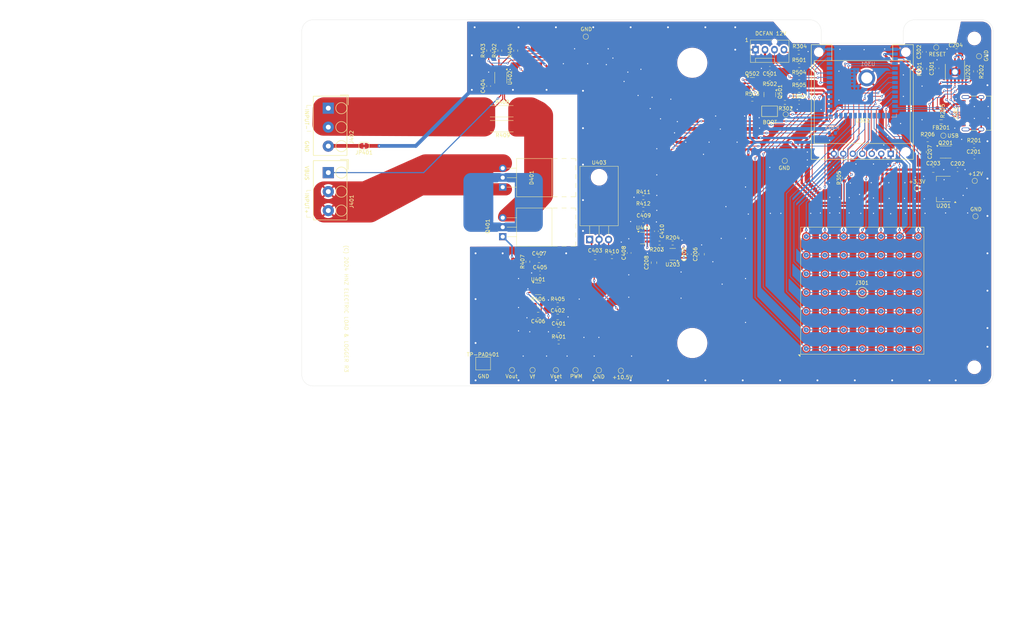
<source format=kicad_pcb>
(kicad_pcb (version 20240108) (generator "pcbnew") (generator_version "8.0")
  (title_block (title "ELECTRIC LOAD") (date "2024-11-24") (rev "Rev3") (company "HNZ"))
  (layers (0 "F.Cu" signal) (31 "B.Cu" signal) (34 "B.Paste" user) (35 "F.Paste" user) (36 "B.SilkS" user "B.Silkscreen") (37 "F.SilkS" user "F.Silkscreen") (38 "B.Mask" user) (39 "F.Mask" user) (44 "Edge.Cuts" user))
  (net 0 "")
  (net 1 "+3.3V")
  (net 2 "GND")
  (net 3 "Net-(J201-SHIELD)")
  (net 4 "+12V")
  (net 5 "/USBPDPower/VDD")
  (net 6 "/USBPDPower/VBUS")
  (net 7 "Net-(Q201-G)")
  (net 8 "/ESP32_CONT/~{RESET}")
  (net 9 "Net-(U401-+)")
  (net 10 "+10.5V")
  (net 11 "Net-(U401--)")
  (net 12 "Net-(C406-Pad2)")
  (net 13 "Net-(U404-+)")
  (net 14 "Net-(U404--)")
  (net 15 "Net-(Q401-G)")
  (net 16 "Net-(J401-Pin_1)")
  (net 17 "GNDLP")
  (net 18 "/ESP32_CONT/IO45")
  (net 19 "Net-(Q501-G)")
  (net 20 "Net-(J501-Pin_3)")
  (net 21 "/ESP32_CONT/USBDM")
  (net 22 "/ESP32_CONT/USBDP")
  (net 23 "/USBPDPower/USBPWR")
  (net 24 "/USBPDPower/CC1")
  (net 27 "/USBPDPower/CC2")
  (net 28 "/ESP32_CONT/IO10{slash}TOUCH10")
  (net 29 "/ESP32_CONT/IO12{slash}TOUCH12")
  (net 30 "/ESP32_CONT/IO13{slash}TOUCH13")
  (net 31 "/ESP32_CONT/IO1{slash}TOUCH1")
  (net 32 "/ESP32_CONT/IO2{slash}TOUCH2")
  (net 33 "/ESP32_CONT/IO6{slash}TOUCH6")
  (net 34 "/ESP32_CONT/IO14{slash}TOUCH14")
  (net 35 "/ESP32_CONT/IO5{slash}TOUCH5")
  (net 36 "/ESP32_CONT/IO11{slash}TOUCH11")
  (net 37 "/ESP32_CONT/IO3{slash}TOUCH3")
  (net 38 "/ESP32_CONT/IO9{slash}TOUCH9")
  (net 39 "/ESP32_CONT/IO8{slash}TOUCH8")
  (net 40 "/ESP32_CONT/IO7{slash}TOUCH7")
  (net 41 "/ESP32_CONT/IO4{slash}TOUCH4")
  (net 42 "/ESP32_CONT/FANPWM")
  (net 43 "Net-(J501-Pin_2)")
  (net 44 "/POWER_LOAD/VSENSE+")
  (net 45 "Net-(U202-VBUS)")
  (net 46 "/ESP32_CONT/IO0{slash}BOOT")
  (net 47 "/ESP32_CONT/IO47")
  (net 48 "/ESP32_CONT/SENSE_SCL")
  (net 49 "/ESP32_CONT/IO40")
  (net 50 "/ESP32_CONT/IO15{slash}XTAL32KP")
  (net 51 "/ESP32_CONT/IO46")
  (net 52 "/ESP32_CONT/IO21")
  (net 53 "/ESP32_CONT/IO48")
  (net 54 "/POWER_LOAD/LOAD-")
  (net 55 "/ESP32_CONT/IO42")
  (net 56 "/ESP32_CONT/IO41")
  (net 62 "/ESP32_CONT/TXD0{slash}IO43")
  (net 63 "/ESP32_CONT/IO18")
  (net 64 "/ESP32_CONT/IO16{slash}XTAL32KN")
  (net 67 "/ESP32_CONT/IO39")
  (net 68 "/ESP32_CONT/RXD0{slash}IO44")
  (net 69 "/ESP32_CONT/IO17{slash}ADC2_CH6")
  (net 70 "/ESP32_CONT/IO38")
  (net 71 "/POWER_LOAD/LOAD+")
  (net 72 "/POWER_LOAD/DRAIN")
  (net 73 "Net-(Q501-D)")
  (net 74 "Net-(U203-ADJ)")
  (net 75 "Net-(U403-V_{OUT})")
  (footprint "Resistor_SMD:R_0603_1608Metric" (layer "F.Cu") (at 140.25 123.75 180)
    (property "Reference" "R406")
    (property "Value" "2K 1%")
  )
  (footprint "Resistor_SMD:R_0603_1608Metric" (layer "F.Cu") (at 168.4 98.2 180)
    (property "Reference" "R412")
    (property "Value" "1K 1%")
  )
  (footprint "Capacitor_SMD:C_0603_1608Metric" (layer "F.Cu") (at 243.6 56.1 90)
    (property "Reference" "C302")
    (property "Value" "0.1uF")
  )
  (footprint "Library:ESSOP-10_3.9x4.9mm_P1.00mm" (layer "F.Cu") (at 251.8 61.45 -90)
    (property "Reference" "U202")
    (property "Value" "CH224K")
  )
  (footprint "Package_SO:VSSOP-10_3x3mm_P0.5mm" (layer "F.Cu") (at 130.25 63 -90)
    (property "Reference" "U402")
    (property "Value" "INA228")
  )
  (footprint "Capacitor_SMD:C_0805_2012Metric" (layer "F.Cu") (at 184 110.25 90)
    (property "Reference" "C206")
    (property "Value" "10uF")
  )
  (footprint "Library:TB112-2-2-3-E-1 Terminal Block" (layer "F.Cu") (at 84.08 71.15 -90)
    (property "Reference" "J402")
    (property "Value" "Screw_Terminal_3P")
  )
  (footprint "Package_TO_SOT_SMD:SOT-23-5" (layer "F.Cu") (at 140.25 119.5)
    (property "Reference" "U401")
    (property "Value" "TSB611ILT")
  )
  (footprint "MountingHole:MountingHole_8.4mm_M8" (layer "F.Cu") (at 106.5 134)
    (property "Reference" "REF**" (hide yes))
    (property "Value" "MountingHole_7.6mm")
  )
  (footprint "Package_TO_SOT_SMD:SOT-223-3_TabPin2" (layer "F.Cu") (at 248.75 92.8 180)
    (property "Reference" "U201")
    (property "Value" "LD1117S33TR")
  )
  (footprint "Library:FingerTouchPad_34x35mm" (layer "F.Cu") (at 227 120.5)
    (property "Reference" "J301")
    (property "Value" "FingerTouchPad")
  )
  (footprint "Resistor_SMD:R_0603_1608Metric" (layer "F.Cu") (at 210.1 59.75 180)
    (property "Reference" "R501")
    (property "Value" "1k")
  )
  (footprint "Capacitor_SMD:C_0603_1608Metric" (layer "F.Cu") (at 247 60.5 90)
    (property "Reference" "C301")
    (property "Value" "0.1uF")
  )
  (footprint "Resistor_SMD:R_0603_1608Metric" (layer "F.Cu") (at 176.25 107.25)
    (property "Reference" "R204")
    (property "Value" "10K 1%")
  )
  (footprint "Package_TO_SOT_SMD:SOT-23" (layer "F.Cu") (at 202.25 67.5 -90)
    (property "Reference" "Q501")
    (property "Value" "2N7002K")
  )
  (footprint "MountingHole:MountingHole_3.2mm_M3" (layer "F.Cu") (at 82 52.5)
    (property "Reference" "REF**" (hide yes))
    (property "Value" "MountingHole_3.2mm_M3")
  )
  (footprint "Package_TO_SOT_THT:TO-220-3_Horizontal_TabDown" (layer "F.Cu") (at 154.02 106.3)
    (property "Reference" "U403")
    (property "Value" "LM35-NEB")
  )
  (footprint "TestPoint:TestPoint_Pad_D1.0mm" (layer "F.Cu") (at 257.1 90.6)
    (property "Reference" "TP203" (hide yes))
    (property "Value" "+12V")
  )
  (footprint "Library:R_10mOHM" (layer "F.Cu") (at 130.5 76 180)
    (property "Reference" "R409")
    (property "Value" "10m")
  )
  (footprint "Capacitor_SMD:C_0603_1608Metric" (layer "F.Cu") (at 168.4 101.3 180)
    (property "Reference" "C409")
    (property "Value" "1000pF")
  )
  (footprint "TestPoint:TestPoint_Pad_D1.0mm" (layer "F.Cu") (at 206.5 72.8)
    (property "Reference" "TP302" (hide yes))
    (property "Value" "BOOT")
  )
  (footprint "Resistor_SMD:R_0603_1608Metric" (layer "F.Cu") (at 243.7 60.6 -90)
    (property "Reference" "R301")
    (property "Value" "10K")
  )
  (footprint "TestPoint:TestPoint_Pad_D1.0mm" (layer "F.Cu") (at 133.25 141.25)
    (property "Reference" "TP410" (hide yes))
    (property "Value" "Vgs")
  )
  (footprint "Capacitor_SMD:C_0805_2012Metric" (layer "F.Cu") (at 140.5 111.75)
    (property "Reference" "C407")
    (property "Value" "4.7uF")
  )
  (footprint "Capacitor_SMD:C_0603_1608Metric" (layer "F.Cu") (at 180.75 110.25 90)
    (property "Reference" "C205")
    (property "Value" "0.1uF")
  )
  (footprint "Inductor_SMD:L_0805_2012Metric" (layer "F.Cu") (at 248.1 74.8 180)
    (property "Reference" "FB201")
    (property "Value" "MH2029-601Y")
  )
  (footprint "Capacitor_SMD:C_0603_1608Metric" (layer "F.Cu") (at 252.5 87.6)
    (property "Reference" "C202")
    (property "Value" "0.1uF")
  )
  (footprint "MountingHole:MountingHole_3.2mm_M3" (layer "F.Cu") (at 257 52.5)
    (property "Reference" "REF**" (hide yes))
    (property "Value" "MountingHole_3.2mm_M3")
  )
  (footprint "Library:TB112-2-2-3-E-1 Terminal Block" (layer "F.Cu") (at 84.08 88.4 -90)
    (property "Reference" "J401")
    (property "Value" "Screw_Terminal_3P")
  )
  (footprint "Resistor_SMD:R_0603_1608Metric" (layer "F.Cu") (at 137.5 112.25 90)
    (property "Reference" "R407")
    (property "Value" "100")
  )
  (footprint "Capacitor_SMD:C_0805_2012Metric" (layer "F.Cu") (at 252.2 56 180)
    (property "Reference" "C204")
    (property "Value" "1uF")
  )
  (footprint "Capacitor_SMD:C_0805_2012Metric" (layer "F.Cu") (at 145.5 127)
    (property "Reference" "C402")
    (property "Value" "1uF")
  )
  (footprint "Resistor_SMD:R_0603_1608Metric" (layer "F.Cu") (at 145.75 133.75)
    (property "Reference" "R401")
    (property "Value" "10K 1%")
  )
  (footprint "Capacitor_SMD:C_0805_2012Metric" (layer "F.Cu") (at 243.4 82.9 -90)
    (property "Reference" "C207")
    (property "Value" "2.2uF")
  )
  (footprint "Resistor_SMD:R_0603_1608Metric" (layer "F.Cu") (at 197.5625 68.75)
    (property "Reference" "R503")
    (property "Value" "10K")
  )
  (footprint "Library:USB_C_5077CR-16-SMC2-BK-TR" (layer "F.Cu") (at 257.75 72.5 90)
    (property "Reference" "J201")
    (property "Value" "USB4105-GF-A")
  )
  (footprint "Capacitor_SMD:C_0805_2012Metric" (layer "F.Cu") (at 246 87.6)
    (property "Reference" "C203")
    (property "Value" "10uF")
  )
  (footprint "Package_TO_SOT_SMD:SOT-23-5" (layer "F.Cu") (at 168.4 105.9)
    (property "Reference" "U404")
    (property "Value" "TSB611ILT")
  )
  (footprint "Capacitor_SMD:C_0603_1608Metric" (layer "F.Cu") (at 140.75 115.25 180)
    (property "Reference" "C405")
    (property "Value" "0.1uF")
  )
  (footprint "Capacitor_SMD:C_0603_1608Metric" (layer "F.Cu") (at 127 65.25 -90)
    (property "Reference" "C404")
    (property "Value" "0.1uF")
  )
  (footprint "TestPoint:TestPoint_Pad_D1.0mm" (layer "F.Cu") (at 248.7 78.5)
    (property "Reference" "TP202" (hide yes))
    (property "Value" "VBUS")
  )
  (footprint "Resistor_SMD:R_0603_1608Metric" (layer "F.Cu") (at 210.1 63)
    (property "Reference" "R504")
    (property "Value" "100")
  )
  (footprint "TestPoint:TestPoint_Pad_D1.0mm" (layer "F.Cu") (at 257.3 100.1)
    (property "Reference" "TP409" (hide yes))
    (property "Value" "GND")
  )
  (footprint "Package_TO_SOT_THT:TO-220-3_Horizontal_TabUp" (layer "F.Cu") (at 130.77 92.29 90)
    (property "Reference" "D401")
    (property "Value" "MBR3060FCT")
  )
  (footprint "TestPoint:TestPoint_Pad_D1.0mm" (layer "F.Cu") (at 150.25 141.25)
    (property "Reference" "TP401" (hide yes))
    (property "Value" "PWM")
  )
  (footprint "TestPoint:TestPoint_Pad_D1.0mm" (layer "F.Cu") (at 145 141.25)
    (property "Reference" "TP402" (hide yes))
    (property "Value" "SET-Vr")
  )
  (footprint "Resistor_SMD:R_0603_1608Metric" (layer "F.Cu") (at 256.925 81.2)
    (property "Reference" "R201")
    (property "Value" "10K")
  )
  (footprint "Jumper:SolderJumper-2_P1.3mm_Bridged_RoundedPad1.0x1.5mm" (layer "F.Cu") (at 93.65 81.25 180)
    (property "Reference" "JP401")
    (property "Value" "SolderJumper_2_Open")
  )
  (footprint "Resistor_SMD:R_0603_1608Metric" (layer "F.Cu") (at 247.1 71.9 -90)
    (property "Reference" "R205")
    (property "Value" "10K")
  )
  (footprint "Capacitor_SMD:C_0603_1608Metric" (layer "F.Cu") (at 210.1 69.6)
    (property "Reference" "C502")
    (property "Value" "0.1uF")
  )
  (footprint "Package_TO_SOT_SMD:SOT-23" (layer "F.Cu") (at 197.5625 64.5)
    (property "Reference" "Q502")
    (property "Value" "SSM3J332R")
  )
  (footprint "Capacitor_SMD:C_0603_1608Metric" (layer "F.Cu") (at 171.9 104.1 90)
    (property "Reference" "C410")
    (property "Value" "0.1uF")
  )
  (footprint "Connector:FanPinHeader_1x04_P2.54mm_Vertical" (layer "F.Cu") (at 198.42 55.5)
    (property "Reference" "J501" (hide yes))
    (property "Value" "4PIN FANCTL")
  )
  (footprint "Resistor_SMD:R_0603_1608Metric" (layer "F.Cu") (at 130 55.75 -90)
    (property "Reference" "R402")
    (property "Value" "10K")
  )
  (footprint "TestPoint:TestPoint_Pad_D1.0mm" (layer "F.Cu") (at 138.75 141.25)
    (property "Reference" "TP403" (hide yes))
    (property "Value" "Vfb")
  )
  (footprint "Resistor_SMD:R_0603_1608Metric" (layer "F.Cu") (at 206.3 69.6 180)
    (property "Reference" "R302")
    (property "Value" "10K")
  )
  (footprint "Library:WS-TASV SMT Tact Switch" (layer "F.Cu") (at 202.2 72 180)
    (property "Reference" "SW301" (hide yes))
    (property "Value" "3.5x2.6 Tact SW")
  )
  (footprint "Package_TO_SOT_THT:TO-220-3_Horizontal_TabUp" (layer "F.Cu") (at 130.77 105.54 90)
    (property "Reference" "Q401")
    (property "Value" "IRF530")
  )
  (footprint "TestPoint:TestPoint_Pad_D1.0mm" (layer "F.Cu") (at 241.6 92.6)
    (property "Reference" "TP201" (hide yes))
    (property "Value" "+3.3V")
  )
  (footprint "Resistor_SMD:R_0603_1608Metric" (layer "F.Cu") (at 145.5 123.75 180)
    (property "Reference" "R405")
    (property "Value" "1K 1%")
  )
  (footprint "Package_TO_SOT_SMD:SOT-23-5" (layer "F.Cu") (at 176.25 110.25 180)
    (property "Reference" "U203")
    (property "Value" "SPX3819M5-L")
  )
  (footprint "TestPoint:TestPoint_Pad_D1.0mm" (layer "F.Cu") (at 162.4 141.4)
    (property "Reference" "TP404" (hide yes))
    (property "Value" "OP-VCC")
  )
  (footprint "Capacitor_SMD:C_0805_2012Metric" (layer "F.Cu") (at 140.25 126.5 180)
    (property "Reference" "C406")
    (property "Value" "1uF")
  )
  (footprint "MountingHole:MountingHole_3.2mm_M3" (layer "F.Cu") (at 82 140.5)
    (property "Reference" "REF**" (hide yes))
    (property "Value" "MountingHole_3.2mm_M3")
  )
  (footprint "Library:OLED SSD1331 SPI DISPLAY" (layer "F.Cu") (at 227 69.5 180)
    (property "Reference" "U302")
    (property "Value" "SSD1331_DISPLAY")
  )
  (footprint "Resistor_SMD:R_0603_1608Metric" (layer "F.Cu") (at 172.75 107.25)
    (property "Reference" "R203")
    (property "Value" "75K 1%")
  )
  (footprint "Capacitor_SMD:C_0805_2012Metric" (layer "F.Cu") (at 155.5 111)
    (property "Reference" "C403")
    (property "Value" "10uF")
  )
  (footprint "Package_SO:MSOP-8_3x3mm_P0.65mm" (layer "F.Cu") (at 249.3 82.9)
    (property "Reference" "Q201")
    (property "Value" "IRF7606PBF")
  )
  (footprint "MountingHole:MountingHole_8.4mm_M8" (layer "F.Cu") (at 181.5 134)
    (property "Reference" "REF**" (hide yes))
    (property "Value" "MountingHole_7.6mm")
  )
  (footprint "TestPoint:TestPoint_Pad_D1.0mm" (layer "F.Cu") (at 246.8 54.9)
    (property "Reference" "TP301" (hide yes))
    (property "Value" "RESET")
  )
  (footprint "Library:R_10mOHM" (layer "F.Cu") (at 130.5 72 180)
    (property "Reference" "R408")
    (property "Value" "10m")
  )
  (footprint "TestPoint:TestPoint_Pad_D1.0mm" (layer "F.Cu") (at 258.25 57.25)
    (property "Reference" "TP406" (hide yes))
    (property "Value" "GND")
  )
  (footprint "Resistor_SMD:R_0603_1608Metric" (layer "F.Cu") (at 244.5 79.6)
    (property "Reference" "R206")
    (property "Value" "10K")
  )
  (footprint "TestPoint:TestPoint_Pad_D1.0mm" (layer "F.Cu") (at 153 52)
    (property "Reference" "TP408" (hide yes))
    (property "Value" "GND")
  )
  (footprint "Resistor_SMD:R_0603_1608Metric" (layer "F.Cu") (at 210.1 66.4)
    (property "Reference" "R505")
    (property "Value" "10K")
  )
  (footprint "Capacitor_SMD:C_0603_1608Metric" (layer "F.Cu") (at 257 84.2 180)
    (property "Reference" "C201")
    (property "Value" "0.1uF")
  )
  (footprint "TestPoint:TestPoint_Pad_D1.0mm" (layer "F.Cu") (at 156.5 141.3)
    (property "Reference" "TP405" (hide yes))
    (property "Value" "GND")
  )
  (footprint "Capacitor_SMD:C_0805_2012Metric" (layer "F.Cu") (at 171.25 112.5 -90)
    (property "Reference" "C208")
    (property "Value" "10uF")
  )
  (footprint "Resistor_SMD:R_0603_1608Metric" (layer "F.Cu") (at 160 110.9)
    (property "Reference" "R410")
    (property "Value" "10K 1%")
  )
  (footprint "Capacitor_SMD:C_0603_1608Metric" (layer "F.Cu") (at 164.6 109.9 90)
    (property "Reference" "C408")
    (property "Value" "0.1uF")
  )
  (footprint "TestPoint:TestPoint_Pad_D1.0mm" (layer "F.Cu") (at 206.25 85.25)
    (property "Reference" "TP407" (hide yes))
    (property "Value" "GND")
  )
  (footprint "Resistor_SMD:R_0603_1608Metric" (layer "F.Cu") (at 210 56.2 180)
    (property "Reference" "R304")
    (property "Value" "150R")
  )
  (footprint "Resistor_SMD:R_0603_1608Metric" (layer "F.Cu") (at 127 55.75 -90)
    (property "Reference" "R403")
    (property "Value" "10K")
  )
  (footprint "MountingHole:MountingHole_3.2mm_M3" (layer "F.Cu") (at 257 140.5)
    (property "Reference" "REF**" (hide yes))
    (property "Value" "MountingHole_3.2mm_M3")
  )
  (footprint "Resistor_SMD:R_0603_1608Metric" (layer "F.Cu") (at 222.2 89.8 90)
    (property "Reference" "R305")
    (property "Value" "10K")
  )
  (footprint "MountingHole:MountingHole_8.4mm_M8" (layer "F.Cu") (at 181.5 59)
    (property "Reference" "REF**" (hide yes))
    (property "Value" "MountingHole_7.6mm")
  )
  (footprint "MountingHole:MountingHole_8.4mm_M8" (layer "F.Cu") (at 106.5 59)
    (property "Reference" "REF**" (hide yes))
    (property "Value" "MountingHole_7.6mm")
  )
  (footprint "Capacitor_SMD:C_0603_1608Metric" (layer "F.Cu") (at 202.25 60.5 180)
    (property "Reference" "C501")
    (property "Value" "0.1uF")
  )
  (footprint "Resistor_SMD:R_0603_1608Metric" (layer "F.Cu") (at 168.4 95.1)
    (property "Reference" "R411")
    (property "Value" "1K 1%")
  )
  (footprint "Resistor_SMD:R_0603_1608Metric" (layer "F.Cu") (at 134.25 55.75 -90)
    (property "Reference" "R404")
    (property "Value" "10K")
  )
  (footprint "Resistor_SMD:R_0603_1608Metric" (layer "F.Cu") (at 202.25 63.25 180)
    (property "Reference" "R502")
    (property "Value" "10K")
  )
  (footprint "Resistor_SMD:R_0603_1608Metric" (layer "F.Cu") (at 257.3 61.3 90)
    (property "Reference" "R202")
    (property "Value" "1K")
  )
  (footprint "Library:TestPoint_Pad_3.2x1.6mm" (layer "F.Cu") (at 125.5 139.5)
    (property "Reference" "TP-PAD401")
    (property "Value" "GND")
  )
  (footprint "Capacitor_SMD:C_0805_2012Metric" (layer "F.Cu") (at 145.75 130.5)
    (property "Reference" "C401")
    (property "Value" "10uF")
  )
  (footprint "Resistor_SMD:R_0603_1608Metric" (layer "B.Cu") (at 219 77.8 180)
    (property "Reference" "R303")
    (property "Value" "150R")
  )
  (footprint "Library:ESP32-S3-WROOM-1_EXP" (layer "B.Cu") (at 227 60.65 180)
    (property "Reference" "U301")
    (property "Value" "ESP32-S3-WROOM-1-N16R8")
  )
  (gr_line (start 78.31 99.69) (end 78.31 100.33) (stroke (width 0.1)) (layer "F.SilkS"))
  (gr_line (start 78.33 93.16) (end 78.33 93.63) (stroke (width 0.1)) (layer "F.SilkS"))
  (gr_line (start 79.48 77.3) (end 78.36 77.3) (stroke (width 0.1)) (layer "F.SilkS"))
  (gr_line (start 79.51 70.41) (end 78.34 70.41) (stroke (width 0.1)) (layer "F.SilkS"))
  (gr_line (start 79.46 93.16) (end 78.33 93.16) (stroke (width 0.1)) (layer "F.SilkS"))
  (gr_line (start 78.34 70.41) (end 78.34 71.12) (stroke (width 0.1)) (layer "F.SilkS"))
  (gr_line (start 78.31 100.33) (end 79.41 100.33) (stroke (width 0.1)) (layer "F.SilkS"))
  (gr_line (start 238 50.5) (end 238 53.8) (stroke (width 0.05)) (layer "Edge.Cuts"))
  (gr_line (start 216 53.8) (end 216 50.5) (stroke (width 0.05)) (layer "Edge.Cuts"))
  (gr_line (start 238 53.8) (end 216 53.8) (stroke (width 0.05)) (layer "Edge.Cuts"))
  (gr_line (start 259 47.5) (end 241 47.5) (stroke (width 0.05)) (layer "Edge.Cuts"))
  (gr_arc (start 80 145.5) (mid 77.87868 144.62132) (end 77 142.5) (stroke (width 0.05)) (layer "Edge.Cuts"))
  (gr_arc (start 262 142.5) (mid 261.12132 144.62132) (end 259 145.5) (stroke (width 0.05)) (layer "Edge.Cuts"))
  (gr_line (start 80 145.5) (end 259 145.5) (stroke (width 0.05)) (layer "Edge.Cuts"))
  (gr_line (start 213 47.5) (end 80 47.5) (stroke (width 0.05)) (layer "Edge.Cuts"))
  (gr_arc (start 259 47.5) (mid 261.12132 48.37868) (end 262 50.5) (stroke (width 0.05)) (layer "Edge.Cuts"))
  (gr_line (start 262 142.5) (end 262 50.5) (stroke (width 0.05)) (layer "Edge.Cuts"))
  (gr_line (start 77 50.5) (end 77 142.5) (stroke (width 0.05)) (layer "Edge.Cuts"))
  (gr_arc (start 213 47.5) (mid 215.12132 48.37868) (end 216 50.5) (stroke (width 0.05)) (layer "Edge.Cuts"))
  (gr_arc (start 238 50.5) (mid 238.87868 48.37868) (end 241 47.5) (stroke (width 0.05)) (layer "Edge.Cuts"))
  (gr_arc (start 77 50.5) (mid 77.87868 48.37868) (end 80 47.5) (stroke (width 0.05)) (layer "Edge.Cuts"))
  (gr_text "GND" (at 124 143.5 0) (layer "F.SilkS") (effects (font (size 1 1)) (justify left bottom)))
  (gr_text "1" (at 195.5 53.5 0) (layer "F.SilkS") (effects (font (size 1 1)) (justify left bottom)))
  (gr_text "RESET" (at 244.7 57.3 0) (layer "F.SilkS") (effects (font (size 1 1)) (justify left bottom)))
  (gr_text "BOOT" (at 200.25 75.5 0) (layer "F.SilkS") (effects (font (size 1 1)) (justify left bottom)))
  (gr_text "(C) 2024 HNZ ELECTRIC LOAD & LOGGER R3" (at 88.3 107.75 270) (layer "F.SilkS") (effects (font (size 1 1) (thickness 0.1)) (justify left bottom)))
  (gr_text "+12V" (at 255.2 89.3 0) (layer "F.SilkS") (effects (font (size 1 1)) (justify left bottom)))
  (gr_text "USB" (at 249.7 79.1 0) (layer "F.SilkS") (effects (font (size 1 1)) (justify left bottom)))
  (gr_text "INPUT-" (at 77.75 71.25 270) (layer "F.SilkS") (effects (font (size 1 1)) (justify left bottom)))
  (gr_text "+3.3V" (at 239.3 91.4 0) (layer "F.SilkS") (effects (font (size 1 1)) (justify left bottom)))
  (gr_text "Vout" (at 131.4 143.5 0) (layer "F.SilkS") (effects (font (size 1 1)) (justify left bottom)))
  (gr_text "GND" (at 204.5 87.75 0) (layer "F.SilkS") (effects (font (size 1 1)) (justify left bottom)))
  (gr_text "GND" (at 77.75 79.75 -90) (layer "F.SilkS") (effects (font (size 1 1)) (justify left bottom)))
  (gr_text "+10.5V" (at 160 143.75 0) (layer "F.SilkS") (effects (font (size 1 1)) (justify left bottom)))
  (gr_text "GND" (at 255.8 98.8 0) (layer "F.SilkS") (effects (font (size 1 1)) (justify left bottom)))
  (gr_text "PWM" (at 148.7 143.5 0) (layer "F.SilkS") (effects (font (size 1 1)) (justify left bottom)))
  (gr_text "GND" (at 151.5 50.6 0) (layer "F.SilkS") (effects (font (size 1 1)) (justify left bottom)))
  (gr_text "VBUS" (at 77.75 86.5 270) (layer "F.SilkS") (effects (font (size 1 1)) (justify left bottom)))
  (gr_text "DCFAN 12V" (at 198.25 51.75 0) (layer "F.SilkS") (effects (font (size 1 1)) (justify left bottom)))
  (gr_text "Vf" (at 137.9 143.6 0) (layer "F.SilkS") (effects (font (size 1 1)) (justify left bottom)))
  (gr_text "GND" (at 154.9 143.6 0) (layer "F.SilkS") (effects (font (size 1 1)) (justify left bottom)))
  (gr_text "Vset" (at 143.4 143.5 0) (layer "F.SilkS") (effects (font (size 1 1)) (justify left bottom)))
  (gr_text "GND" (at 260.75 58.75 90) (layer "F.SilkS") (effects (font (size 1 1)) (justify left bottom)))
  (gr_text "INPUT+" (at 77.75 93.75 270) (layer "F.SilkS") (effects (font (size 1 1)) (justify left bottom)))
  (segment (start 239.5 75.568629) (end 240.8 76.868629) (width 0.6) (layer "F.Cu") (net 1))
  (segment (start 217.5 67.4) (end 216.5 66.4) (width 0.6) (layer "F.Cu") (net 1))
  (segment (start 241.6 92.6) (end 245.4 92.6) (width 0.4) (layer "F.Cu") (net 1))
  (segment (start 130 54.925) (end 127 54.925) (width 0.6) (layer "F.Cu") (net 1))
  (segment (start 240.8 76.868629) (end 240.8 87.6) (width 0.6) (layer "F.Cu") (net 1))
  (segment (start 222.2 96.4) (end 222.1 96.5) (width 0.2) (layer "F.Cu") (net 1))
  (segment (start 216.5 66.4) (end 210.925 66.4) (width 0.6) (layer "F.Cu") (net 1))
  (segment (start 232.4 87.6) (end 232.08 87.28) (width 0.6) (layer "F.Cu") (net 1))
  (segment (start 245.6 92.8) (end 245.2 92.4) (width 0.6) (layer "F.Cu") (net 1))
  (segment (start 245.05 87.6) (end 240.8 87.6) (width 0.6) (layer "F.Cu") (net 1))
  (segment (start 232.4 90.6) (end 226.5 96.5) (width 0.6) (layer "F.Cu") (net 1))
  (segment (start 210.8 91.2) (end 210.8 80.9) (width 0.6) (layer "F.Cu") (net 1))
  (segment (start 240.8 87.6) (end 235.4 87.6) (width 0.6) (layer "F.Cu") (net 1))
  (segment (start 243.7 56.975) (end 243.6 56.875) (width 0.2) (layer "F.Cu") (net 1))
  (segment (start 217.5 74.2) (end 217.5 67.4) (width 0.6) (layer "F.Cu") (net 1))
  (segment (start 232.9 56.8) (end 234.7 58.6) (width 0.6) (layer "F.Cu") (net 1))
  (segment (start 210.8 80.9) (end 212.6 79.1) (width 0.6) (layer "F.Cu") (net 1))
  (segment (start 234.7 58.6) (end 241.875 58.6) (width 0.6) (layer "F.Cu") (net 1))
  (segment (start 243.7 59.775) (end 243.7 56.975) (width 0.2) (layer "F.Cu") (net 1))
  (segment (start 126.375 54.925) (end 127 54.925) (width 0.6) (layer "F.Cu") (net 1))
  (segment (start 207.125 69.6) (end 207.125 68.475) (width 0.2) (layer "F.Cu") (net 1))
  (segment (start 137.5 54.9) (end 134.275 54.9) (width 0.6) (layer "F.Cu") (net 1))
  (segment (start 128.225 64.475) (end 128.95 65.2) (width 0.3) (layer "F.Cu") (net 1))
  (segment (start 157.75 60.5) (end 176.35 79.1) (width 0.6) (layer "F.Cu") (net 1))
  (segment (start 216.1 96.5) (end 210.8 91.2) (width 0.6) (layer "F.Cu") (net 1))
  (segment (start 211 67.9) (end 211 66.475) (width 0.2) (layer "F.Cu") (net 1))
  (segment (start 142.1 59.5) (end 143.1 60.5) (width 0.6) (layer "F.Cu") (net 1))
  (segment (start 176.35 79.1) (end 199.8 79.1) (width 0.6) (layer "F.Cu") (net 1))
  (segment (start 127 64.475) (end 125 62.475) (width 0.6) (layer "F.Cu") (net 1))
  (segment (start 231.825 83.605) (end 232.08 83.35) (width 0.2) (layer "F.Cu") (net 1))
  (segment (start 134.275 54.9) (end 134.25 54.925) (width 0.6) (layer "F.Cu") (net 1))
  (segment (start 222.2 90.625) (end 222.2 96.4) (width 0.2) (layer "F.Cu") (net 1))
  (segment (start 239.5 60.975) (end 239.5 75.568629) (width 0.6) (layer "F.Cu") (net 1))
  (segment (start 143.1 60.5) (end 157.75 60.5) (width 0.6) (layer "F.Cu") (net 1))
  (segment (start 232.08 87.28) (end 232.08 83.35) (width 0.6) (layer "F.Cu") (net 1))
  (segment (start 245.2 87.75) (end 245.05 87.6) (width 0.6) (layer "F.Cu") (net 1))
  (segment (start 207.125 68.475) (end 207.7 67.9) (width 0.2) (layer "F.Cu") (net 1))
  (segment (start 226.5 96.5) (end 222.1 96.5) (width 0.6) (layer "F.Cu") (net 1))
  (segment (start 245.2 92.4) (end 245.2 87.75) (width 0.6) (layer "F.Cu") (net 1))
  (segment (start 235.4 87.6) (end 232.4 87.6) (width 0.6) (layer "F.Cu") (net 1))
  (segment (start 245.4 92.6) (end 245.6 92.8) (width 0.4) (layer "F.Cu") (net 1))
  (segment (start 212.6 79.1) (end 217.5 74.2) (width 0.6) (layer "F.Cu") (net 1))
  (segment (start 125 56.3) (end 126.375 54.925) (width 0.6) (layer "F.Cu") (net 1))
  (segment (start 134.25 54.925) (end 130 54.925) (width 0.6) (layer "F.Cu") (net 1))
  (segment (start 222.1 96.5) (end 216.1 96.5) (width 0.6) (layer "F.Cu") (net 1))
  (segment (start 243.6 56.875) (end 239.5 60.975) (width 0.6) (layer "F.Cu") (net 1))
  (segment (start 241.875 58.6) (end 243.6 56.875) (width 0.6) (layer "F.Cu") (net 1))
  (segment (start 125 62.475) (end 125 56.3) (width 0.6) (layer "F.Cu") (net 1))
  (segment (start 127 64.475) (end 128.225 64.475) (width 0.3) (layer "F.Cu") (net 1))
  (segment (start 211 66.475) (end 210.925 66.4) (width 0.2) (layer "F.Cu") (net 1))
  (segment (start 232.4 87.6) (end 232.4 90.6) (width 0.6) (layer "F.Cu") (net 1))
  (segment (start 251.9 92.8) (end 245.6 92.8) (width 0.6) (layer "F.Cu") (net 1))
  (segment (start 128.95 65.2) (end 129.25 65.2) (width 0.3) (layer "F.Cu") (net 1))
  (via (at 211 67.9) (size 0.6) (drill 0.3) (layers "F.Cu" "B.Cu") (net 1))
  (via (at 232.9 56.8) (size 0.6) (drill 0.3) (layers "F.Cu" "B.Cu") (net 1))
  (via (at 207.7 67.9) (size 0.6) (drill 0.3) (layers "F.Cu" "B.Cu") (net 1))
  (via (at 142.1 59.5) (size 0.6) (drill 0.3) (layers "F.Cu" "B.Cu") (net 1))
  (via (at 199.8 79.1) (size 0.6) (drill 0.3) (layers "F.Cu" "B.Cu") (net 1))
  (via (at 137.5 54.9) (size 0.6) (drill 0.3) (layers "F.Cu" "B.Cu") (net 1))
  (via (at 212.6 79.1) (size 0.6) (drill 0.3) (layers "F.Cu" "B.Cu") (net 1))
  (segment (start 142.1 59.5) (end 137.5 54.9) (width 0.6) (layer "B.Cu") (net 1))
  (segment (start 233.04 56.66) (end 232.9 56.8) (width 0.6) (layer "B.Cu") (net 1))
  (segment (start 235.75 56.66) (end 233.04 56.66) (width 0.6) (layer "B.Cu") (net 1))
  (segment (start 212.6 79.1) (end 199.8 79.1) (width 0.6) (layer "B.Cu") (net 1))
  (segment (start 207.7 67.9) (end 211 67.9) (width 0.2) (layer "B.Cu") (net 1))
  (segment (start 141.45 111.75) (end 141.45 109.8) (width 0.3) (layer "F.Cu") (net 2))
  (segment (start 198.875 55.955) (end 198.42 55.5) (width 0.4) (layer "F.Cu") (net 2))
  (segment (start 146.325 123.75) (end 146.325 126.625) (width 0.3) (layer "F.Cu") (net 2))
  (segment (start 256.1 81.2) (end 255.3 81.2) (width 0.4) (layer "F.Cu") (net 2))
  (segment (start 94.3 81.25) (end 97.75 81.25) (width 1) (layer "F.Cu") (net 2))
  (segment (start 255.3 81.2) (end 253.6 79.5) (width 0.4) (layer "F.Cu") (net 2))
  (segment (start 201.425 63.25) (end 201.425 60.55) (width 0.2) (layer "F.Cu") (net 2))
  (segment (start 177.3875 110.25) (end 178.75 110.25) (width 0.4) (layer "F.Cu") (net 2))
  (segment (start 203.775 72.85) (end 200.25 72.85) (width 0.2) (layer "F.Cu") (net 2))
  (segment (start 129.228705 66.75) (end 129.75 66.228705) (width 0.3) (layer "F.Cu") (net 2))
  (segment (start 171.9 103.325) (end 171.9 101.6) (width 0.3) (layer "F.Cu") (net 2))
  (segment (start 254 94.5) (end 253.4 95.1) (width 0.6) (layer "F.Cu") (net 2))
  (segment (start 252.8 57.45) (end 251.05 55.7) (width 0.4) (layer "F.Cu") (net 2))
  (segment (start 201.3 66.5625) (end 201.3 63.375) (width 0.2) (layer "F.Cu") (net 2))
  (segment (start 210.875 69.6) (end 210.875 70.225) (width 0.2) (layer "F.Cu") (net 2))
  (segment (start 177.075 107.25) (end 178 107.25) (width 0.4) (layer "F.Cu") (net 2))
  (segment (start 247 59.725) (end 247 58.2) (width 0.2) (layer "F.Cu") (net 2))
  (segment (start 167.2625 105.9) (end 164.7 105.9) (width 0.3) (layer "F.Cu") (net 2))
  (segment (start 254.5 87.6) (end 253.275 87.6) (width 0.6) (layer "F.Cu") (net 2))
  (segment (start 256.225 84.2) (end 256.225 81.325) (width 0.4) (layer "F.Cu") (net 2))
  (segment (start 178 107.25) (end 178.75 106.5) (width 0.4) (layer "F.Cu") (net 2))
  (segment (start 167.575 95.1) (end 166 95.1) (width 0.3) (layer "F.Cu") (net 2))
  (segment (start 252.8 64) (end 252.8 62.45) (width 0.4) (layer "F.Cu") (net 2))
  (segment (start 132.75 60.8) (end 130.75 60.8) (width 0.3) (layer "F.Cu") (net 2))
  (segment (start 200.25 72.85) (end 199.4 73.7) (width 0.2) (layer "F.Cu") (net 2))
  (segment (start 252.1 68.6) (end 252.65 69.15) (width 0.3) (layer "F.Cu") (net 2))
  (segment (start 146.325 126.625) (end 146.7 127) (width 0.3) (layer "F.Cu") (net 2))
  (segment (start 180.925 109.3) (end 180.75 109.475) (width 0.4) (layer "F.Cu") (net 2))
  (segment (start 164.6 108.95) (end 164.6 106.2) (width 0.3) (layer "F.Cu") (net 2))
  (segment (start 126.975 66) (end 127 66.025) (width 0.4) (layer "F.Cu") (net 2))
  (segment (start 178.75 110.25) (end 179.525 109.475) (width 0.4) (layer "F.Cu") (net 2))
  (segment (start 127 66.025) (end 127.725 66.75) (width 0.3) (layer "F.Cu") (net 2))
  (segment (start 146.45 130.25) (end 146.7 130.5) (width 0.4) (layer "F.Cu") (net 2))
  (segment (start 184 109.3) (end 180.925 109.3) (width 0.4) (layer "F.Cu") (net 2))
  (segment (start 146.45 127) (end 146.45 130.25) (width 0.4) (layer "F.Cu") (net 2))
  (segment (start 251.75 76.5) (end 252.4 75.85) (width 0.3) (layer "F.Cu") (net 2))
  (segment (start 256.225 81.325) (end 256.1 81.2) (width 0.4) (layer "F.Cu") (net 2))
  (segment (start 184 109.3) (end 184 107.75) (width 0.4) (layer "F.Cu") (net 2))
  (segment (start 253.4 95.1) (end 251.9 95.1) (width 0.6) (layer "F.Cu") (net 2))
  (segment (start 201.425 60.55) (end 201.475 60.5) (width 0.2) (layer "F.Cu") (net 2))
  (segment (start 252.9 69.4) (end 254.03 69.4) (width 0.3) (layer "F.Cu") (net 2))
  (segment (start 251.75 76.5) (end 252.7 75.55) (width 0.3) (layer "F.Cu") (net 2))
  (segment (start 252.65 69.15) (end 254.08 69.15) (width 0.3) (layer "F.Cu") (net 2))
  (segment (start 252.8 59.505) (end 252.8 57.45) (width 0.4) (layer "F.Cu") (net 2))
  (segment (start 156.45 111) (end 156.45 106.41) (width 0.4) (layer "F.Cu") (net 2))
  (segment (start 251.25 56) (end 250.4 56) (width 0.4) (layer "F.Cu") (net 2))
  (segment (start 246.95 87.6) (end 248.8 87.6) (width 0.6) (layer "F.Cu") (net 2))
  (segment (start 164.6 106.2) (end 164.5 106.1) (width 0.3) (layer "F.Cu") (net 2))
  (segment (start 129.75 66.228705) (end 129.75 65.2) (width 0.3) (layer "F.Cu") (net 2))
  (segment (start 250.4 56) (end 249.7 55.3) (width 0.4) (layer "F.Cu") (net 2))
  (segment (start 252.1 68.6) (end 252.9 69.4) (width 0.3) (layer "F.Cu") (net 2))
  (segment (start 252.8 62.45) (end 251.8 61.45) (width 0.4) (layer "F.Cu") (net 2))
  (segment (start 141.45 109.8) (end 141.5 109.75) (width 0.3) (layer "F.Cu") (net 2))
  (segment (start 251.8 61.45) (end 251.8 60.505) (width 0.4) (layer "F.Cu") (net 2))
  (segment (start 179.525 109.475) (end 180.75 109.475) (width 0.4) (layer "F.Cu") (net 2))
  (segment (start 254.03 69.4) (end 254.08 69.45) (width 0.3) (layer "F.Cu") (net 2))
  (segment (start 251.8 60.505) (end 252.8 59.505) (width 0.4) (layer "F.Cu") (net 2))
  (segment (start 201.475 60.5) (end 200 60.5) (width 0.2) (layer "F.Cu") (net 2))
  (segment (start 156.45 106.41) (end 156.56 106.3) (width 0.4) (layer "F.Cu") (net 2))
  (segment (start 127.725 66.75) (end 129.228705 66.75) (width 0.3) (layer "F.Cu") (net 2))
  (segment (start 139.975 115.25) (end 138.5 115.25) (width 0.3) (layer "F.Cu") (net 2))
  (segment (start 252.4 75.85) (end 254.08 75.85) (width 0.3) (layer "F.Cu") (net 2))
  (segment (start 201.3 63.375) (end 201.425 63.25) (width 0.2) (layer "F.Cu") (net 2))
  (segment (start 139.1125 119.5) (end 137.5 119.5) (width 0.3) (layer "F.Cu") (net 2))
  (segment (start 252.7 75.55) (end 254.08 75.55) (width 0.3) (layer "F.Cu") (net 2))
  (segment (start 164.7 105.9) (end 164.5 106.1) (width 0.3) (layer "F.Cu") (net 2))
  (segment (start 125.5 66) (end 126.975 66) (width 0.4) (layer "F.Cu") (net 2))
  (segment (start 210.875 70.225) (end 209.6 71.5) (width 0.2) (layer "F.Cu") (net 2))
  (segment (start 146.7 127) (end 148.25 127) (width 0.3) (layer "F.Cu") (net 2))
  (segment (start 166 95.1) (end 165.9 95) (width 0.3) (layer "F.Cu") (net 2))
  (via (at 163.25 64) (size 0.6) (drill 0.3) (layers "F.Cu" "B.Cu") (net 2))
  (via (at 178.75 106.5) (size 0.6) (drill 0.3) (layers "F.Cu" "B.Cu") (net 2))
  (via (at 260.5 120) (size 1) (drill 0.5) (layers "F.Cu" "B.Cu") (net 2))
  (via (at 167.75 60.75) (size 0.6) (drill 0.3) (layers "F.Cu" "B.Cu") (net 2))
  (via (at 212.5 56) (size 0.6) (drill 0.3) (layers "F.Cu" "B.Cu") (net 2))
  (via (at 136.25 137.5) (size 0.6) (drill 0.3) (layers "F.Cu" "B.Cu") (net 2))
  (via (at 247 58.2) (size 0.6) (drill 0.3) (layers "F.Cu" "B.Cu") (net 2))
  (via (at 243.6 95.4) (size 0.6) (drill 0.3) (layers "F.Cu" "B.Cu") (net 2))
  (via (at 142.5 66.25) (size 1) (drill 0.5) (layers "F.Cu" "B.Cu") (net 2))
  (via (at 160.25 57.75) (size 0.6) (drill 0.3) (layers "F.Cu" "B.Cu") (net 2))
  (via (at 260.5 80) (size 1) (drill 0.5) (layers "F.Cu" "B.Cu") (net 2))
  (via (at 226.6 99.3) (size 0.6) (drill 0.3) (layers "F.Cu" "B.Cu") (net 2))
  (via (at 137.5 119.5) (size 0.6) (drill 0.3) (layers "F.Cu" "B.Cu") (net 2))
  (via (at 255.2 99.2) (size 0.6) (drill 0.3) (layers "F.Cu" "B.Cu") (net 2))
  (via (at 254 94.5) (size 0.6) (drill 0.3) (layers "F.Cu" "B.Cu") (net 2))
  (via (at 148 137.5) (size 0.6) (drill 0.3) (layers "F.Cu" "B.Cu") (net 2))
  (via (at 135 124.5) (size 0.6) (drill 0.3) (layers "F.Cu" "B.Cu") (net 2))
  (via (at 123.5 134) (size 1) (drill 0.5) (layers "F.Cu" "B.Cu") (net 2))
  (via (at 122.5 57) (size 1) (drill 0.5) (layers "F.Cu" "B.Cu") (net 2))
  (via (at 195 144) (size 1) (drill 0.5) (layers "F.Cu" "B.Cu") (net 2))
  (via (at 164.5 115.75) (size 0.6) (drill 0.3) (layers "F.Cu" "B.Cu") (net 2))
  (via (at 189.25 106) (size 0.6) (drill 0.3) (layers "F.Cu" "B.Cu") (net 2))
  (via (at 155.25 137.5) (size 0.6) (drill 0.3) (layers "F.Cu" "B.Cu") (net 2))
  (via (at 220.9 88.2) (size 0.6) (drill 0.3) (layers "F.Cu" "B.Cu") (net 2))
  (via (at 257 70.7) (size 0.6) (drill 0.3) (layers "F.Cu" "B.Cu") (net 2))
  (via (at 172 89) (size 0.6) (drill 0.3) (layers "F.Cu" "B.Cu") (net 2))
  (via (at 195.5 73.25) (size 0.6) (drill 0.3) (layers "F.Cu" "B.Cu") (net 2))
  (via (at 195.75 116.75) (size 0.6) (drill 0.3) (layers "F.Cu" "B.Cu") (net 2))
  (via (at 218.25 79.75) (size 0.6) (drill 0.3) (layers "F.Cu" "B.Cu") (net 2))
  (via (at 257 73.9) (size 0.6) (drill 0.3) (layers "F.Cu" "B.Cu") (net 2))
  (via (at 189.5 118.25) (size 0.6) (drill 0.3) (layers "F.Cu" "B.Cu") (net 2))
  (via (at 187.75 73.25) (size 0.6) (drill 0.3) (layers "F.Cu" "B.Cu") (net 2))
  (via (at 162.5 107) (size 0.6) (drill 0.3) (layers "F.Cu" "B.Cu") (net 2))
  (via (at 248.8 87.6) (size 0.6) (drill 0.3) (layers "F.Cu" "B.Cu") (net 2))
  (via (at 152.25 86.25) (size 1) (drill 0.5) (layers "F.Cu" "B.Cu") (net 2))
  (via (at 138.5 115.25) (size 0.6) (drill 0.3) (layers "F.Cu" "B.Cu") (net 2))
  (via (at 252.1 68.6) (size 0.6) (drill 0.3) (layers "F.Cu" "B.Cu") (net 2))
  (via (at 165.25 137.5) (size 0.6) (drill 0.3) (layers "F.Cu" "B.Cu") (net 2))
  (via (at 165 49.5) (size 1) (drill 0.5) (layers "F.Cu" "B.Cu") (net 2))
  (via (at 234.6 99.4) (size 0.6) (drill 0.3) (layers "F.Cu" "B.Cu") (net 2))
  (via (at 233 55.3) (size 0.6) (drill 0.3) (layers "F.Cu" "B.Cu") (net 2))
  (via (at 153.5 59.25) (size 0.6) (drill 0.3) (layers "F.Cu" "B.Cu") (net 2))
  (via (at 202.25 87) (size 0.6) (drill 0.3) (layers "F.Cu" "B.Cu") (net 2))
  (via (at 248.9 90.3) (size 0.6) (drill 0.3) (layers "F.Cu" "B.Cu") (net 2))
  (via (at 220.9 95) (size 0.6) (drill 0.3) (layers "F.Cu" "B.Cu") (net 2))
  (via (at 148.25 127) (size 0.6) (drill 0.3) (layers "F.Cu" "B.Cu") (net 2))
  (via (at 193.5 80.25) (size 0.6) (drill 0.3) (layers "F.Cu" "B.Cu") (net 2))
  (via (at 230 95.2) (size 0.6) (drill 0.3) (layers "F.Cu" "B.Cu") (net 2))
  (via (at 155 144) (size 1) (drill 0.5) (layers "F.Cu" "B.Cu") (net 2))
  (via (at 221 55.4) (size 0.6) (drill 0.3) (layers "F.Cu" "B.Cu") (net 2))
  (via (at 196.5 99.5) (size 0.6) (drill 0.3) (layers "F.Cu" "B.Cu") (net 2))
  (via (at 187 112.25) (size 0.6) (drill 0.3) (layers "F.Cu" "B.Cu") (net 2))
  (via (at 254.5 87.6) (size 0.6) (drill 0.3) (layers "F.Cu" "B.Cu") (net 2))
  (via (at 159 55.25) (size 0.6) (drill 0.3) (layers "F.Cu" "B.Cu") (net 2))
  (via (at 135 116.75) (size 0.6) (drill 0.3) (layers "F.Cu" "B.Cu") (net 2))
  (via (at 155 49.5) (size 1) (drill 0.5) (layers "F.Cu" "B.Cu") (net 2))
  (via (at 253.6 79.5) (size 0.6) (drill 0.3) (layers "F.Cu" "B.Cu") (net 2))
  (via (at 122.5 66.25) (size 1) (drill 0.5) (layers "F.Cu" "B.Cu") (net 2))
  (via (at 143 122.5) (size 0.6) (drill 0.3) (layers "F.Cu" "B.Cu") (net 2))
  (via (at 243.8 99.3) (size 0.6) (drill 0.3) (layers "F.Cu" "B.Cu") (net 2))
  (via (at 172 82) (size 0.6) (drill 0.3) (layers "F.Cu" "B.Cu") (net 2))
  (via (at 193 49.5) (size 1) (drill 0.5) (layers "F.Cu" "B.Cu") (net 2))
  (via (at 251.75 76.5) (size 0.6) (drill 0.3) (layers "F.Cu" "B.Cu") (net 2))
  (via (at 220.75 69) (size 0.6) (drill 0.3) (layers "F.Cu" "B.Cu") (net 2))
  (via (at 218.3 99.2) (size 0.6) (drill 0.3) (layers "F.Cu" "B.Cu") (net 2))
  (via (at 238.6 99.3) (size 0.6) (drill 0.3) (layers "F.Cu" "B.Cu") (net 2))
  (via (at 172 98.5) (size 0.6) (drill 0.3) (layers "F.Cu" "B.Cu") (net 2))
  (via (at 185 49.5) (size 1) (drill 0.5) (layers "F.Cu" "B.Cu") (net 2))
  (via (at 202.4 99.3) (size 0.6) (drill 0.3) (layers "F.Cu" "B.Cu") (net 2))
  (via (at 150 55.25) (size 0.6) (drill 0.3) (layers "F.Cu" "B.Cu") (net 2))
  (via (at 171.9 101.6) (size 0.6) (drill 0.3) (layers "F.Cu" "B.Cu") (net 2))
  (via (at 170.75 68.25) (size 0.6) (drill 0.3) (layers "F.Cu" "B.Cu") (net 2))
  (via (at 218.3 95) (size 0.6) (drill 0.3) (layers "F.Cu" "B.Cu") (net 2))
  (via (at 135 49.5) (size 1) (drill 0.5) (layers "F.Cu" "B.Cu") (net 2))
  (via (at 260.5 100) (size 1) (drill 0.5) (layers "F.Cu" "B.Cu") (net 2))
  (via (at 137.25 127.25) (size 0.6) (drill 0.3) (layers "F.Cu" "B.Cu") (net 2))
  (via (at 165 101.5) (size 0.6) (drill 0.3) (layers "F.Cu" "B.Cu") (net 2))
  (via (at 229.4 91.1) (size 0.6) (drill 0.3) (layers "F.Cu" "B.Cu") (net 2))
  (via (at 225 144) (size 1) (drill 0.5) (layers "F.Cu" "B.Cu") (net 2))
  (via (at 130.75 110) (size 1) (drill 0.5) (layers "F.Cu" "B.Cu") (net 2))
  (via (at 213.8 92.4) (size 0.6) (drill 0.3) (layers "F.Cu" "B.Cu") (net 2))
  (via (at 178.5 115) (size 0.6) (drill 0.3) (layers "F.Cu" "B.Cu") (net 2))
  (via (at 147 59.25) (size 0.6) (drill 0.3) (layers "F.Cu" "B.Cu") (net 2))
  (via (at 176.75 77.75) (size 0.6) (drill 0.3) (layers "F.Cu" "B.Cu") (net 2))
  (via (at 145 144) (size 1) (drill 0.5) (layers "F.Cu" "B.Cu") (net 2))
  (via (at 152.25 76.5) (size 1) (drill 0.5) (layers "F.Cu" "B.Cu") (net 2))
  (via (at 212.3 86.8) (size 0.6) (drill 0.3) (layers "F.Cu" "B.Cu") (net 2))
  (via (at 212.6 91.2) (size 0.6) (drill 0.3) (layers "F.Cu" "B.Cu") (net 2))
  (via (at 223.5 99.2) (size 0.6) (drill 0.3) (layers "F.Cu" "B.Cu") (net 2))
  (via (at 178.5 122) (size 0.6) (drill 0.3) (layers "F.Cu" "B.Cu") (net 2))
  (via (at 135 130.75) (size 0.6) (drill 0.3) (layers "F.Cu" "B.Cu") (net 2))
  (via (at 233.9 86.1) (size 0.6) (drill 0.3) (layers "F.Cu" "B.Cu") (net 2))
  (via (at 249.3 99.2) (size 0.6) (drill 0.3) (layers "F.Cu" "B.Cu") (net 2))
  (via (at 199.5 76.5) (size 0.6) (drill 0.3) (layers "F.Cu" "B.Cu") (net 2))
  (via (at 179.75 80.25) (size 0.6) (drill 0.3) (layers "F.Cu" "B.Cu") (net 2))
  (via (at 195.75 128.5) (size 0.6) (drill 0.3) (layers "F.Cu" "B.Cu") (net 2))
  (via (at 260.5 90) (size 1) (drill 0.5) (layers "F.Cu" "B.Cu") (net 2))
  (via (at 255 92.6) (size 0.6) (drill 0.3) (layers "F.Cu" "B.Cu") (net 2))
  (via (at 145 49.5) (size 1) (drill 0.5) (layers "F.Cu" "B.Cu") (net 2))
  (via (at 152.25 95.75) (size 1) (drill 0.5) (layers "F.Cu" "B.Cu") (net 2))
  (via (at 205 144) (size 1) (drill 0.5) (layers "F.Cu" "B.Cu") (net 2))
  (via (at 223.8 91.2) (size 0.6) (drill 0.3) (layers "F.Cu" "B.Cu") (net 2))
  (via (at 223.5 95.1) (size 0.6) (drill 0.3) (layers "F.Cu" "B.Cu") (net 2))
  (via (at 245 144) (size 1) (drill 0.5) (layers "F.Cu" "B.Cu") (net 2))
  (via (at 172 94.5) (size 0.6) (drill 0.3) (layers "F.Cu" "B.Cu") (net 2))
  (via (at 233.75 78.75) (size 0.6) (drill 0.3) (layers "F.Cu" "B.Cu") (net 2))
  (via (at 97.75 81.25) (size 0.6) (drill 0.3) (layers "F.Cu" "B.Cu") (net 2))
  (via (at 143 131) (size 0.6) (drill 0.3) (layers "F.Cu" "B.Cu") (net 2))
  (via (at 205.2 99.3) (size 0.6) (drill 0.3) (layers "F.Cu" "B.Cu") (net 2))
  (via (at 212.3 85) (size 0.6) (drill 0.3) (layers "F.Cu" "B.Cu") (net 2))
  (via (at 200 60.5) (size 0.6) (drill 0.3) (layers "F.Cu" "B.Cu") (net 2))
  (via (at 184.5 83.5) (size 0.6) (drill 0.3) (layers "F.Cu" "B.Cu") (net 2))
  (via (at 241.1 99.3) (size 0.6) (drill 0.3) (layers "F.Cu" "B.Cu") (net 2))
  (via (at 152.25 104) (size 1) (drill 0.5) (layers "F.Cu" "B.Cu") (net 2))
  (via (at 237.25 75.25) (size 0.6) (drill 0.3) (layers "F.Cu" "B.Cu") (net 2))
  (via (at 243.4 89.4) (size 0.6) (drill 0.3) (layers "F.Cu" "B.Cu") (net 2))
  (via (at 175 144) (size 1) (drill 0.5) (layers "F.Cu" "B.Cu") (net 2))
  (via (at 193 55.5) (size 1) (drill 0.5) (layers "F.Cu" "B.Cu") (net 2))
  (via (at 195.75 92.25) (size 0.6) (drill 0.3) (layers "F.Cu" "B.Cu") (net 2))
  (via (at 260.5 65) (size 1) (drill 0.5) (layers "F.Cu" "B.Cu") (net 2))
  (via (at 185 144) (size 1) (drill 0.5) (layers "F.Cu" "B.Cu") (net 2))
  (via (at 219.3 87) (size 0.6) (drill 0.3) (layers "F.Cu" "B.Cu") (net 2))
  (via (at 235 144) (size 1) (drill 0.5) (layers "F.Cu" "B.Cu") (net 2))
  (via (at 127 61.5) (size 0.6) (drill 0.3) (layers "F.Cu" "B.Cu") (net 2))
  (via (at 147.75 110) (size 1) (drill 0.5) (layers "F.Cu" "B.Cu") (net 2))
  (via (at 238 68) (size 0.6) (drill 0.3) (layers "F.Cu" "B.Cu") (net 2))
  (via (at 164.5 121.75) (size 0.6) (drill 0.3) (layers "F.Cu" "B.Cu") (net 2))
  (via (at 133.5 66.25) (size 1) (drill 0.5) (layers "F.Cu" "B.Cu") (net 2))
  (via (at 238.3 95.3) (size 0.6) (drill 0.3) (layers "F.Cu" "B.Cu") (net 2))
  (via (at 216 71.5) (size 0.6) (drill 0.3) (layers "F.Cu" "B.Cu") (net 2))
  (via (at 212.3 82.9) (size 0.6) (drill 0.3) (layers "F.Cu" "B.Cu") (net 2))
  (via (at 238.4 91.1) (size 0.6) (drill 0.3) (layers "F.Cu" "B.Cu") (net 2))
  (via (at 230 86.1) (size 0.6) (drill 0.3) (layers "F.Cu" "B.Cu") (net 2))
  (via (at 123.25 49.5) (size 1) (drill 0.5) (layers "F.Cu" "B.Cu") (net 2))
  (via (at 169.5 110) (size 0.6) (drill 0.3) (layers "F.Cu" "B.Cu") (net 2))
  (via (at 252 144) (size 1) (drill 0.5) (layers "F.Cu" "B.Cu") (net 2))
  (via (at 184 107.75) (size 0.6) (drill 0.3) (layers "F.Cu" "B.Cu") (net 2))
  (via (at 170.25 71.25) (size 0.6) (drill 0.3) (layers "F.Cu" "B.Cu") (net 2))
  (via (at 164.25 61.5) (size 0.6) (drill 0.3) (layers "F.Cu" "B.Cu") (net 2))
  (via (at 241.1 95.4) (size 0.6) (drill 0.3) (layers "F.Cu" "B.Cu") (net 2))
  (via (at 241.2 89.6) (size 0.6) (drill 0.3) (layers "F.Cu" "B.Cu") (net 2))
  (via (at 218.3 85.6) (size 0.6) (drill 0.3) (layers "F.Cu" "B.Cu") (net 2))
  (via (at 234.1 91.1) (size 0.6) (drill 0.3) (layers "F.Cu" "B.Cu") (net 2))
  (via (at 164.5 106.1) (size 0.6) (drill 0.3) (layers "F.Cu" "B.Cu") (net 2))
  (via (at 152.5 132.5) (size 0.6) (drill 0.3) (layers "F.Cu" "B.Cu") (net 2))
  (via (at 260.5 110) (size 1) (drill 0.5) (layers "F.Cu" "B.Cu") (net 2))
  (via (at 220.9 99.2) (size 0.6) (drill 0.3) (layers "F.Cu" "B.Cu") (net 2))
  (via (at 213.2 99.3) (size 0.6) (drill 0.3) (layers "F.Cu" "B.Cu") (net 2))
  (via (at 243 65.25) (size 0.6) (drill 0.3) (layers "F.Cu" "B.Cu") (net 2))
  (via (at 123.5 144) (size 1) (drill 0.5) (layers "F.Cu" "B.Cu") (net 2))
  (via (at 260.7 70.7) (size 0.6) (drill 0.3) (layers "F.Cu" "B.Cu") (net 2))
  (via (at 225.3 86.1) (size 0.6) (drill 0.3) (layers "F.Cu" "B.Cu") (net 2))
  (via (at 138 131) (size 0.6) (drill 0.3) (layers "F.Cu" "B.Cu") (net 2))
  (via (at 218.2 91.1) (size 0.6) (drill 0.3) (layers "F.Cu" "B.Cu") (net 2))
  (via (at 249.7 55.3) (size 0.6) (drill 0.3) (layers "F.Cu" "B.Cu") (net 2))
  (via (at 142.5 137.5) (size 0.6) (drill 0.3) (layers "F.Cu" "B.Cu") (net 2))
  (via (at 158.5 59.5) (size 0.6) (drill 0.3) (layers "F.Cu" "B.Cu") (net 2))
  (via (at 125.5 66) (size 0.6) (drill 0.3) (layers "F.Cu" "B.Cu") (net 2))
  (via (at 141.5 109.75) (size 0.6) (drill 0.3) (layers "F.Cu" "B.Cu") (net 2))
  (via (at 232.75 81) (size 0.6) (drill 0.3) (layers "F.Cu" "B.Cu") (net 2))
  (via (at 260.5 57) (size 1) (drill 0.5) (layers "F.Cu" "B.Cu") (net 2))
  (via (at 260.7 73.8) (size 0.6) (drill 0.3) (layers "F.Cu" "B.Cu") (net 2))
  (via (at 173 74) (size 0.6) (drill 0.3) (layers "F.Cu" "B.Cu") (net 2))
  (via (at 156.5 132.5) (size 0.6) (drill 0.3) (layers "F.Cu" "B.Cu") (net 2))
  (via (at 220.75 61.25) (size 0.6) (drill 0.3) (layers "F.Cu" "B.Cu") (net 2))
  (via (at 248.6 95.4) (size 0.6) (drill 0.3) (layers "F.Cu" "B.Cu") (net 2))
  (via (at 190.5 97.5) (size 0.6) (drill 0.3) (layers "F.Cu" "B.Cu") (net 2))
  (via (at 208 71) (size 0.6) (drill 0.3) (layers "F.Cu" "B.Cu") (net 2))
  (via (at 151.25 122.25) (size 0.6) (drill 0.3) (layers "F.Cu" "B.Cu") (net 2))
  (via (at 195.75 106) (size 0.6) (drill 0.3) (layers "F.Cu" "B.Cu") (net 2))
  (via (at 260.5 135) (size 1) (drill 0.5) (layers "F.Cu" "B.Cu") (net 2))
  (via (at 175.75 68.75) (size 0.6) (drill 0.3) (layers "F.Cu" "B.Cu") (net 2))
  (via (at 167 67.75) (size 0.6) (drill 0.3) (layers "F.Cu" "B.Cu") (net 2))
  (via (at 165.9 95) (size 0.6) (drill 0.3) (layers "F.Cu" "B.Cu") (net 2))
  (via (at 227.5 55.5) (size 0.6) (drill 0.3) (layers "F.Cu" "B.Cu") (net 2))
  (via (at 243 74.25) (size 0.6) (drill 0.3) (layers "F.Cu" "B.Cu") (net 2))
  (via (at 215.8 99.2) (size 0.6) (drill 0.3) (layers "F.Cu" "B.Cu") (net 2))
  (via (at 238 62.25) (size 0.6) (drill 0.3) (layers "F.Cu" "B.Cu") (net 2))
  (via (at 165 144) (size 1) (drill 0.5) (layers "F.Cu" "B.Cu") (net 2))
  (via (at 177.5 74.75) (size 0.6) (drill 0.3) (layers "F.Cu" "B.Cu") (net 2))
  (via (at 135 144) (size 1) (drill 0.5) (layers "F.Cu" "B.Cu") (net 2))
  (via (at 234.2 95.3) (size 0.6) (drill 0.3) (layers "F.Cu" "B.Cu") (net 2))
  (via (at 215 144) (size 1) (drill 0.5) (layers "F.Cu" "B.Cu") (net 2))
  (via (at 186 80.25) (size 0.6) (drill 0.3) (layers "F.Cu" "B.Cu") (net 2))
  (via (at 189 76.75) (size 0.6) (drill 0.3) (layers "F.Cu" "B.Cu") (net 2))
  (via (at 209.6 71.5) (size 0.6) (drill 0.3) (layers "F.Cu" "B.Cu") (net 2))
  (via (at 152.25 66.5) (size 1) (drill 0.5) (layers "F.Cu" "B.Cu") (net 2))
  (via (at 132.75 60.8) (size 0.6) (drill 0.3) (layers "F.Cu" "B.Cu") (net 2))
  (via (at 260.5 130) (size 1) (drill 0.5) (layers "F.Cu" "B.Cu") (net 2))
  (via (at 123.5 110) (size 1) (drill 0.5) (layers "F.Cu" "B.Cu") (net 2))
  (via (at 175 49.5) (size 1) (drill 0.5) (layers "F.Cu" "B.Cu") (net 2))
  (via (at 123.5 122.25) (size 1) (drill 0.5) (layers "F.Cu" "B.Cu") (net 2))
  (via (at 199.4 73.7) (size 0.6) (drill 0.3) (layers "F.Cu" "B.Cu") (net 2))
  (via (at 230 99.3) (size 0.6) (drill 0.3) (layers "F.Cu" "B.Cu") (net 2))
  (via (at 226.25 94.25) (size 0.6) (drill 0.3) (layers "F.Cu" "B.Cu") (net 2))
  (via (at 173.25 109.25) (size 0.6) (drill 0.3) (layers "F.Cu" "B.Cu") (net 2))
  (segment (start 233.09 55.39) (end 233 55.3) (width 0.6) (layer "B.Cu") (net 2))
  (segment (start 218.25 55.39) (end 220.99 55.39) (width 0.4) (layer "B.Cu") (net 2))
  (segment (start 107.5 81.25) (end 122.5 66.25) (width 1) (layer "B.Cu") (net 2))
  (segment (start 235.75 55.39) (end 233.09 55.39) (width 0.6) (layer "B.Cu") (net 2))
  (segment (start 220.99 55.39) (end 221 55.4) (width 0.4) (layer "B.Cu") (net 2))
  (segment (start 97.75 81.25) (end 107.5 81.25) (width 1) (layer "B.Cu") (net 2))
  (segment (start 258.825 77.025) (end 257.75 78.1) (width 0.4) (layer "F.Cu") (net 3))
  (segment (start 258.825 68.18) (end 258.825 76.82) (width 0.4) (layer "F.Cu") (net 3))
  (segment (start 258.825 76.82) (end 258.825 77.025) (width 0.4) (layer "F.Cu") (net 3))
  (segment (start 257.75 78.1) (end 257.75 81.2) (width 0.4) (layer "F.Cu") (net 3))
  (segment (start 254.645 76.82) (end 258.825 76.82) (width 0.4) (layer "F.Cu") (net 3))
  (segment (start 257.75 84.175) (end 257.775 84.2) (width 0.4) (layer "F.Cu") (net 3))
  (segment (start 257.75 81.2) (end 257.75 84.175) (width 0.4) (layer "F.Cu") (net 3))
  (segment (start 254.645 68.18) (end 258.825 68.18) (width 0.4) (layer "F.Cu") (net 3))
  (segment (start 257.1 88.1) (end 252 83) (width 0.6) (layer "F.Cu") (net 4))
  (segment (start 186.5 110) (end 185.3 111.2) (width 0.6) (layer "F.Cu") (net 4))
  (segment (start 183.825 111.025) (end 184 111.2) (width 0.4) (layer "F.Cu") (net 4))
  (segment (start 196.5 83.1) (end 196.5 85.75) (width 0.6) (layer "F.Cu") (net 4))
  (segment (start 208 80.4) (end 209.3 81.7) (width 0.6) (layer "F.Cu") (net 4))
  (segment (start 186.5 95.75) (end 186.5 110) (width 0.6) (layer "F.Cu") (net 4))
  (segment (start 196.7375 68.75) (end 196.7375 65.5625) (width 0.6) (layer "F.Cu") (net 4))
  (segment (start 178.2 109.3) (end 179.25 108.25) (width 0.2) (layer "F.Cu") (net 4))
  (segment (start 257 90.5) (end 257.1 90.6) (width 0.6) (layer "F.Cu") (net 4))
  (segment (start 185.3 111.2) (end 184 111.2) (width 0.6) (layer "F.Cu") (net 4))
  (segment (start 180.575 111.2) (end 180.75 111.025) (width 0.4) (layer "F.Cu") (net 4))
  (segment (start 215.6 97.3) (end 253.23137 97.3) (width 0.6) (layer "F.Cu") (net 4))
  (segment (start 179.25 111.2) (end 180.575 111.2) (width 0.4) (layer "F.Cu") (net 4))
  (segment (start 196.5 85.75) (end 186.5 95.75) (width 0.6) (layer "F.Cu") (net 4))
  (segment (start 251.4125 81.925) (end 251.4125 83.875) (width 0.6) (layer "F.Cu") (net 4))
  (segment (start 257.1 90.6) (end 257.1 88.1) (width 0.6) (layer "F.Cu") (net 4))
  (segment (start 177.3875 111.2) (end 179.25 111.2) (width 0.4) (layer "F.Cu") (net 4))
  (segment (start 209.3 81.7) (end 209.3 91) (width 0.6) (layer "F.Cu") (net 4))
  (segment (start 196.9 68.9125) (end 196.7375 68.75) (width 0.6) (layer "F.Cu") (net 4))
  (segment (start 252 83) (end 251.4125 83) (width 0.6) (layer "F.Cu") (net 4))
  (segment (start 180.75 111.025) (end 183.825 111.025) (width 0.4) (layer "F.Cu") (net 4))
  (segment (start 196.7375 65.5625) (end 196.625 65.45) (width 0.6) (layer "F.Cu") (net 4))
  (segment (start 253.23137 97.3) (end 257.1 93.43137) (width 0.6) (layer "F.Cu") (net 4))
  (segment (start 196.9 73.5) (end 196.9 68.9125) (width 0.6) (layer "F.Cu") (net 4))
  (segment (start 257.1 93.43137) (end 257.1 90.6) (width 0.6) (layer "F.Cu") (net 4))
  (segment (start 209.3 91) (end 215.6 97.3) (width 0.6) (layer "F.Cu") (net 4))
  (segment (start 177.3875 109.3) (end 178.2 109.3) (width 0.2) (layer "F.Cu") (net 4))
  (via (at 179.25 111.2) (size 0.6) (drill 0.3) (layers "F.Cu" "B.Cu") (net 4))
  (via (at 196.5 83.1) (size 0.6) (drill 0.3) (layers "F.Cu" "B.Cu") (net 4))
  (via (at 179.25 108.25) (size 0.6) (drill 0.3) (layers "F.Cu" "B.Cu") (net 4))
  (via (at 196.9 73.5) (size 0.6) (drill 0.3) (layers "F.Cu" "B.Cu") (net 4))
  (via (at 208 80.4) (size 0.6) (drill 0.3) (layers "F.Cu" "B.Cu") (net 4))
  (segment (start 207.9 80.3) (end 198.3 80.3) (width 0.6) (layer "B.Cu") (net 4))
  (segment (start 198.3 80.3) (end 198.25 80.25) (width 0.6) (layer "B.Cu") (net 4))
  (segment (start 198.2 80.3) (end 198.3 80.3) (width 0.6) (layer "B.Cu") (net 4))
  (segment (start 196.5 82) (end 198.2 80.3) (width 0.6) (layer "B.Cu") (net 4))
  (segment (start 179.25 108.25) (end 179.25 111.2) (width 0.2) (layer "B.Cu") (net 4))
  (segment (start 208 80.4) (end 207.9 80.3) (width 0.6) (layer "B.Cu") (net 4))
  (segment (start 196.9 78.9) (end 196.9 73.5) (width 0.6) (layer "B.Cu") (net 4))
  (segment (start 198.25 80.25) (end 196.9 78.9) (width 0.6) (layer "B.Cu") (net 4))
  (segment (start 196.5 83.1) (end 196.5 82) (width 0.6) (layer "B.Cu") (net 4))
  (segment (start 253.8 57.5) (end 253.8 56.65) (width 0.4) (layer "F.Cu") (net 5))
  (segment (start 253.8 57.5) (end 253.8 58.9) (width 0.4) (layer "F.Cu") (net 5))
  (segment (start 254.4 56) (end 253.15 56) (width 0.4) (layer "F.Cu") (net 5))
  (segment (start 252.95 55.8) (end 252.95 55.7) (width 0.4) (layer "F.Cu") (net 5))
  (segment (start 251.8 57.595) (end 251.8 58.9) (width 0.4) (layer "F.Cu") (net 5))
  (segment (start 257.3 60.475) (end 257.3 58.9) (width 0.4) (layer "F.Cu") (net 5))
  (segment (start 257.3 58.9) (end 254.4 56) (width 0.4) (layer "F.Cu") (net 5))
  (segment (start 253.8 56.65) (end 252.95 55.8) (width 0.4) (layer "F.Cu") (net 5))
  (via (at 251.8 57.595) (size 0.6) (drill 0.3) (layers "F.Cu" "B.Cu") (net 5))
  (via (at 253.8 57.5) (size 0.6) (drill 0.3) (layers "F.Cu" "B.Cu") (net 5))
  (segment (start 253.3 57) (end 253.8 57.5) (width 0.4) (layer "B.Cu") (net 5))
  (segment (start 252.395 57) (end 253.3 57) (width 0.4) (layer "B.Cu") (net 5))
  (segment (start 251.8 57.595) (end 252.395 57) (width 0.4) (layer "B.Cu") (net 5))
  (segment (start 243.425 81.925) (end 243.4 81.95) (width 0.2) (layer "F.Cu") (net 6))
  (segment (start 247.0375 78.6) (end 247.0375 79.5) (width 0.6) (layer "F.Cu") (net 6))
  (segment (start 251.725 86.225) (end 251.725 87.6) (width 0.6) (layer "F.Cu") (net 6))
  (segment (start 245.325 79.6) (end 246.9375 79.6) (width 0.2) (layer "F.Cu") (net 6))
  (segment (start 248.7 78.5) (end 247.1375 78.5) (width 0.4) (layer "F.Cu") (net 6))
  (segment (start 247.1875 82.575) (end 248.075 82.575) (width 0.6) (layer "F.Cu") (net 6))
  (segment (start 247.1375 78.5) (end 247.0375 78.6) (width 0.4) (layer "F.Cu") (net 6))
  (segment (start 247.0375 74.8) (end 247.0375 72.7875) (width 0.6) (layer "F.Cu") (net 6))
  (segment (start 245.9 66.5) (end 245.9 71.525) (width 0.4) (layer "F.Cu") (net 6))
  (segment (start 255.6 64.2) (end 257.3 62.5) (width 0.4) (layer "F.Cu") (net 6))
  (segment (start 247.0375 79.5) (end 247.0375 83.025) (width 0.6) (layer "F.Cu") (net 6))
  (segment (start 246.9375 79.6) (end 247.0375 79.5) (width 0.2) (layer "F.Cu") (net 6))
  (segment (start 251.725 87.6) (end 251.725 90.325) (width 0.6) (layer "F.Cu") (net 6))
  (segment (start 251.725 90.325) (end 251.9 90.5) (width 0.6) (layer "F.Cu") (net 6))
  (segment (start 245.9 71.525) (end 247.1 72.725) (width 0.4) (layer "F.Cu") (net 6))
  (segment (start 248.075 82.575) (end 251.725 86.225) (width 0.6) (layer "F.Cu") (net 6))
  (segment (start 247.1875 81.925) (end 243.425 81.925) (width 0.2) (layer "F.Cu") (net 6))
  (segment (start 257.3 62.5) (end 257.3 62.125) (width 0.4) (layer "F.Cu") (net 6))
  (segment (start 247.0375 74.8) (end 247.0375 78.6) (width 0.6) (layer "F.Cu") (net 6))
  (segment (start 248.2 64.2) (end 245.9 66.5) (width 0.4) (layer "F.Cu") (net 6))
  (segment (start 247.0375 72.7875) (end 247.1 72.725) (width 0.6) (layer "F.Cu") (net 6))
  (via (at 255.6 64.2) (size 0.6) (drill 0.3) (layers "F.Cu" "B.Cu") (net 6))
  (via (at 248.2 64.2) (size 0.6) (drill 0.3) (layers "F.Cu" "B.Cu") (net 6))
  (segment (start 248.2 64.2) (end 255.6 64.2) (width 0.4) (layer "B.Cu") (net 6))
  (segment (start 243.425 83.875) (end 243.4 83.85) (width 0.2) (layer "F.Cu") (net 7))
  (segment (start 247.1875 83.875) (end 243.425 83.875) (width 0.2) (layer "F.Cu") (net 7))
  (segment (start 245 70.1) (end 245 74.7) (width 0.2) (layer "F.Cu") (net 7))
  (segment (start 253.8 64.7) (end 251.9 66.6) (width 0.2) (layer "F.Cu") (net 7))
  (segment (start 253.8 64) (end 253.8 64.7) (width 0.2) (layer "F.Cu") (net 7))
  (segment (start 243.675 79.6) (end 241.8 79.6) (width 0.2) (layer "F.Cu") (net 7))
  (segment (start 245 74.7) (end 241.7 78) (width 0.2) (layer "F.Cu") (net 7))
  (segment (start 241.7 82.7) (end 242.85 83.85) (width 0.2) (layer "F.Cu") (net 7))
  (segment (start 241.7 79.5) (end 241.7 82.7) (width 0.2) (layer "F.Cu") (net 7))
  (segment (start 241.7 78) (end 241.7 79.5) (width 0.2) (layer "F.Cu") (net 7))
  (segment (start 242.85 83.85) (end 243.4 83.85) (width 0.2) (layer "F.Cu") (net 7))
  (segment (start 241.8 79.6) (end 241.7 79.5) (width 0.2) (layer "F.Cu") (net 7))
  (via (at 251.9 66.6) (size 0.6) (drill 0.3) (layers "F.Cu" "B.Cu") (net 7))
  (via (at 245 70.1) (size 0.6) (drill 0.3) (layers "F.Cu" "B.Cu") (net 7))
  (segment (start 248.3 68.3) (end 246.8 68.3) (width 0.2) (layer "B.Cu") (net 7))
  (segment (start 246.8 68.3) (end 245 70.1) (width 0.2) (layer "B.Cu") (net 7))
  (segment (start 251.9 66.6) (end 251.1 67.4) (width 0.2) (layer "B.Cu") (net 7))
  (segment (start 249.2 67.4) (end 248.3 68.3) (width 0.2) (layer "B.Cu") (net 7))
  (segment (start 251.1 67.4) (end 249.2 67.4) (width 0.2) (layer "B.Cu") (net 7))
  (segment (start 242.125 61.425) (end 242.1 61.4) (width 0.2) (layer "F.Cu") (net 8))
  (segment (start 243.7 61.425) (end 242.125 61.425) (width 0.2) (layer "F.Cu") (net 8))
  (segment (start 248.3 59.975) (end 247 61.275) (width 0.2) (layer "F.Cu") (net 8))
  (segment (start 246.8 54.9) (end 248.3 56.4) (width 0.2) (layer "F.Cu") (net 8))
  (segment (start 246.85 61.425) (end 247 61.275) (width 0.2) (layer "F.Cu") (net 8))
  (segment (start 248.3 56.4) (end 248.3 59.975) (width 0.2) (layer "F.Cu") (net 8))
  (segment (start 243.7 61.425) (end 246.85 61.425) (width 0.2) (layer "F.Cu") (net 8))
  (via (at 242.1 61.4) (size 0.6) (drill 0.3) (layers "F.Cu" "B.Cu") (net 8))
  (segment (start 242.1 61.4) (end 241.4 61.4) (width 0.2) (layer "B.Cu") (net 8))
  (segment (start 237.93 57.93) (end 235.75 57.93) (width 0.2) (layer "B.Cu") (net 8))
  (segment (start 241.4 61.4) (end 237.93 57.93) (width 0.2) (layer "B.Cu") (net 8))
  (segment (start 143 128.7) (end 143 126.75) (width 0.2) (layer "F.Cu") (net 9))
  (segment (start 139.1125 120.45) (end 137.8 120.45) (width 0.3) (layer "F.Cu") (net 9))
  (segment (start 144.925 130.925) (end 145 131) (width 0.3) (layer "F.Cu") (net 9))
  (segment (start 144.8 130.375) (end 144.925 130.5) (width 0.3) (layer "F.Cu") (net 9))
  (segment (start 145 131) (end 145 141.25) (width 0.3) (layer "F.Cu") (net 9))
  (segment (start 137.8 120.45) (end 137.5 120.75) (width 0.3) (layer "F.Cu") (net 9))
  (segment (start 144.925 130.5) (end 144.925 130.925) (width 0.3) (layer "F.Cu") (net 9))
  (segment (start 144.8 130.5) (end 143 128.7) (width 0.2) (layer "F.Cu") (net 9))
  (via (at 143 126.75) (size 0.6) (drill 0.3) (layers "F.Cu" "B.Cu") (net 9))
  (via (at 137.5 120.75) (size 0.6) (drill 0.3) (layers "F.Cu" "B.Cu") (net 9))
  (segment (start 137.5 120.75) (end 143 126.25) (width 0.3) (layer "B.Cu") (net 9))
  (segment (start 143 126.25) (end 143 126.75) (width 0.3) (layer "B.Cu") (net 9))
  (segment (start 171.25 111.55) (end 171.9 110.9) (width 0.4) (layer "F.Cu") (net 10))
  (segment (start 175.1125 111.2) (end 171.6 111.2) (width 0.4) (layer "F.Cu") (net 10))
  (segment (start 171.25 111.55) (end 171.2 111.5) (width 0.4) (layer "F.Cu") (net 10))
  (segment (start 154.55 111) (end 154.55 106.83) (width 0.4) (layer "F.Cu") (net 10))
  (segment (start 171.9 110.9) (end 171.9 106.25) (width 0.4) (layer "F.Cu") (net 10))
  (segment (start 155.25 117.25) (end 155.25 113.5) (width 0.3) (layer "F.Cu") (net 10))
  (segment (start 141.3875 115.3875) (end 141.525 115.25) (width 0.4) (layer "F.Cu") (net 10))
  (segment (start 169.5375 104.95) (end 171.825 104.95) (width 0.3) (layer "F.Cu") (net 10))
  (segment (start 155.75 113.25) (end 154.55 112.05) (width 0.4) (layer "F.Cu") (net 10))
  (segment (start 171.9 106.25) (end 171.9 104.875) (width 0.4) (layer "F.Cu") (net 10))
  (segment (start 155.25 113.25) (end 153.25 115.25) (width 0.4) (layer "F.Cu") (net 10))
  (segment (start 155.5 113.25) (end 155.25 113.25) (width 0.4) (layer "F.Cu") (net 10))
  (segment (start 154.55 106.83) (end 154.02 106.3) (width 0.4) (layer "F.Cu") (net 10))
  (segment (start 171.6 111.2) (end 171.25 111.55) (width 0.4) (layer "F.Cu") (net 10))
  (segment (start 161.125 124.625) (end 162.4 125.9) (width 0.3) (layer "F.Cu") (net 10))
  (segment (start 166.25 113.25) (end 155.75 113.25) (width 0.4) (layer "F.Cu") (net 10))
  (segment (start 162.4 125.9) (end 162.4 141.4) (width 0.3) (layer "F.Cu") (net 10))
  (segment (start 171.2 111.5) (end 168 111.5) (width 0.4) (layer "F.Cu") (net 10))
  (segment (start 168 111.5) (end 166.25 113.25) (width 0.4) (layer "F.Cu") (net 10))
  (segment (start 141.3875 118.55) (end 141.3875 115.3875) (width 0.4) (layer "F.Cu") (net 10))
  (segment (start 141.525 115.25) (end 141.75 115.25) (width 0.3) (layer "F.Cu") (net 10))
  (segment (start 154.55 112.05) (end 154.55 111) (width 0.4) (layer "F.Cu") (net 10))
  (segment (start 171.825 104.95) (end 171.9 104.875) (width 0.3) (layer "F.Cu") (net 10))
  (segment (start 155.25 113.5) (end 155.5 113.25) (width 0.3) (layer "F.Cu") (net 10))
  (segment (start 153.25 115.25) (end 141.525 115.25) (width 0.4) (layer "F.Cu") (net 10))
  (segment (start 155.75 113.25) (end 155.5 113.25) (width 0.4) (layer "F.Cu") (net 10))
  (via (at 155.25 117.25) (size 0.6) (drill 0.3) (layers "F.Cu" "B.Cu") (net 10))
  (via (at 161.125 124.625) (size 0.6) (drill 0.3) (layers "F.Cu" "B.Cu") (net 10))
  (segment (start 161.125 124.375) (end 161.125 124.625) (width 0.3) (layer "B.Cu") (net 10))
  (segment (start 155.25 117.25) (end 155.25 118.5) (width 0.3) (layer "B.Cu") (net 10))
  (segment (start 155.25 118.5) (end 161.125 124.375) (width 0.3) (layer "B.Cu") (net 10))
  (segment (start 144.625 120.45) (end 144.675 120.5) (width 0.3) (layer "F.Cu") (net 11))
  (segment (start 144.55 126.75) (end 144.8 127) (width 0.3) (layer "F.Cu") (net 11))
  (segment (start 144.675 124.075) (end 144.55 124.2) (width 0.3) (layer "F.Cu") (net 11))
  (segment (start 144.55 124.2) (end 144.55 127) (width 0.3) (layer "F.Cu") (net 11))
  (segment (start 141.3875 120.45) (end 144.625 120.45) (width 0.3) (layer "F.Cu") (net 11))
  (segment (start 144.675 123.75) (end 144.675 124.075) (width 0.3) (layer "F.Cu") (net 11))
  (segment (start 141.075 123.75) (end 141.075 126.375) (width 0.3) (layer "F.Cu") (net 11))
  (segment (start 141.075 126.375) (end 141.2 126.5) (width 0.3) (layer "F.Cu") (net 11))
  (segment (start 141.2 134.8) (end 138.75 137.25) (width 0.3) (layer "F.Cu") (net 11))
  (segment (start 141.3875 120.45) (end 141.075 120.7625) (width 0.3) (layer "F.Cu") (net 11))
  (segment (start 141.2 126.5) (end 141.2 134.8) (width 0.3) (layer "F.Cu") (net 11))
  (segment (start 144.675 123.75) (end 144.675 120.5) (width 0.3) (layer "F.Cu") (net 11))
  (segment (start 138.75 137.25) (end 138.75 141.25) (width 0.3) (layer "F.Cu") (net 11))
  (segment (start 141.075 120.7625) (end 141.075 123.75) (width 0.3) (layer "F.Cu") (net 11))
  (segment (start 136.5 123) (end 137.25 123.75) (width 0.4) (layer "F.Cu") (net 12))
  (segment (start 139.1125 118.55) (end 136.95 118.55) (width 0.4) (layer "F.Cu") (net 12))
  (segment (start 137.25 123.75) (end 139.425 123.75) (width 0.4) (layer "F.Cu") (net 12))
  (segment (start 139.425 126.375) (end 139.3 126.5) (width 0.4) (layer "F.Cu") (net 12))
  (segment (start 136.95 118.55) (end 136.5 119) (width 0.4) (layer "F.Cu") (net 12))
  (segment (start 137.5 113.075) (end 137.5 116.9375) (width 0.4) (layer "F.Cu") (net 12))
  (segment (start 139.425 123.75) (end 139.425 126.375) (width 0.4) (layer "F.Cu") (net 12))
  (segment (start 136.5 119) (end 136.5 123) (width 0.4) (layer "F.Cu") (net 12))
  (segment (start 137.5 116.9375) (end 139.1125 118.55) (width 0.4) (layer "F.Cu") (net 12))
  (segment (start 165.75 110.85) (end 167.2625 109.3375) (width 0.3) (layer "F.Cu") (net 13))
  (segment (start 167.2625 109.3375) (end 167.2625 106.85) (width 0.3) (layer "F.Cu") (net 13))
  (segment (start 164.6 110.85) (end 165.75 110.85) (width 0.3) (layer "F.Cu") (net 13))
  (segment (start 164.45 110.9) (end 164.6 110.75) (width 0.3) (layer "F.Cu") (net 13))
  (segment (start 160.825 110.9) (end 164.45 110.9) (width 0.3) (layer "F.Cu") (net 13))
  (segment (start 169.225 98.2) (end 169.225 95.1) (width 0.3) (layer "F.Cu") (net 14))
  (segment (start 169.5375 108.3625) (end 169.4 108.5) (width 0.3) (layer "F.Cu") (net 14))
  (segment (start 169.175 98.25) (end 169.225 98.2) (width 0.3) (layer "F.Cu") (net 14))
  (segment (start 169.5375 106.85) (end 169.5375 108.3625) (width 0.3) (layer "F.Cu") (net 14))
  (segment (start 169.175 101.3) (end 169.175 98.25) (width 0.3) (layer "F.Cu") (net 14))
  (segment (start 169.4 101.525) (end 169.175 101.3) (width 0.3) (layer "F.Cu") (net 14))
  (segment (start 169.4 103) (end 169.4 101.525) (width 0.3) (layer "F.Cu") (net 14))
  (via (at 169.4 103) (size 0.6) (drill 0.3) (layers "F.Cu" "B.Cu") (net 14))
  (via (at 169.4 108.5) (size 0.6) (drill 0.3) (layers "F.Cu" "B.Cu") (net 14))
  (segment (start 169.4 108.5) (end 169.4 103) (width 0.3) (layer "B.Cu") (net 14))
  (segment (start 133.675 111.425) (end 137.5 111.425) (width 0.4) (layer "F.Cu") (net 15))
  (segment (start 137.5 111.425) (end 139.225 111.425) (width 0.4) (layer "F.Cu") (net 15))
  (segment (start 139.225 111.425) (end 139.55 111.75) (width 0.4) (layer "F.Cu") (net 15))
  (segment (start 133.25 111) (end 133.25 141.25) (width 0.4) (layer "F.Cu") (net 15))
  (segment (start 133.25 111) (end 133.675 111.425) (width 0.4) (layer "F.Cu") (net 15))
  (via (at 133.25 111) (size 0.6) (drill 0.3) (layers "F.Cu" "B.Cu") (net 15))
  (segment (start 133.25 108.02) (end 130.77 105.54) (width 0.4) (layer "B.Cu") (net 15))
  (segment (start 133.25 111) (end 133.25 108.02) (width 0.4) (layer "B.Cu") (net 15))
  (segment (start 130.25 67.75) (end 130.25 65.2) (width 0.3) (layer "F.Cu") (net 16))
  (segment (start 129.5 68.5) (end 130.25 67.75) (width 0.3) (layer "F.Cu") (net 16))
  (via (at 129.5 68.5) (size 0.6) (drill 0.3) (layers "F.Cu" "B.Cu") (net 16))
  (segment (start 109.6 88.4) (end 84.08 88.4) (width 0.3) (layer "B.Cu") (net 16))
  (segment (start 129.5 68.5) (end 109.6 88.4) (width 0.3) (layer "B.Cu") (net 16))
  (segment (start 93 81.25) (end 84.14 81.25) (width 1) (layer "F.Cu") (net 17))
  (segment (start 84.14 81.25) (end 84.08 81.31) (width 1) (layer "F.Cu") (net 17))
  (segment (start 229.54 82.46) (end 229.54 83.35) (width 0.2) (layer "F.Cu") (net 18))
  (segment (start 230.75 71.5) (end 230.75 81.25) (width 0.2) (layer "F.Cu") (net 18))
  (segment (start 231.5 70.75) (end 230.75 71.5) (width 0.2) (layer "F.Cu") (net 18))
  (segment (start 230.75 81.25) (end 229.54 82.46) (width 0.2) (layer "F.Cu") (net 18))
  (via (at 231.5 70.75) (size 0.6) (drill 0.3) (layers "F.Cu" "B.Cu") (net 18))
  (segment (start 220.722182 70.75) (end 231.5 70.75) (width 0.2) (layer "B.Cu") (net 18))
  (segment (start 220.015 73.15) (end 220.015 71.457182) (width 0.2) (layer "B.Cu") (net 18))
  (segment (start 220.015 71.457182) (end 220.722182 70.75) (width 0.2) (layer "B.Cu") (net 18))
  (segment (start 203.025 60.975) (end 203.075 61.025) (width 0.2) (layer "F.Cu") (net 19))
  (segment (start 203.025 60.5) (end 203.775 59.75) (width 0.2) (layer "F.Cu") (net 19))
  (segment (start 203.075 61.025) (end 203.075 63.25) (width 0.2) (layer "F.Cu") (net 19))
  (segment (start 203.075 63.25) (end 203.075 63.675) (width 0.2) (layer "F.Cu") (net 19))
  (segment (start 203.775 59.75) (end 209.25 59.75) (width 0.2) (layer "F.Cu") (net 19))
  (segment (start 203.075 63.675) (end 203.2 63.8) (width 0.2) (layer "F.Cu") (net 19))
  (segment (start 203.2 63.8) (end 203.2 66.5625) (width 0.2) (layer "F.Cu") (net 19))
  (segment (start 203.025 60.5) (end 203.025 60.975) (width 0.2) (layer "F.Cu") (net 19))
  (segment (start 209.325 66.45) (end 209.275 66.4) (width 0.2) (layer "F.Cu") (net 20))
  (segment (start 209.275 63) (end 207.8 63) (width 0.2) (layer "F.Cu") (net 20))
  (segment (start 207.8 63) (end 207.6 62.8) (width 0.2) (layer "F.Cu") (net 20))
  (segment (start 209.325 69.6) (end 209.325 66.45) (width 0.2) (layer "F.Cu") (net 20))
  (segment (start 209.275 66.4) (end 209.275 63) (width 0.2) (layer "F.Cu") (net 20))
  (via (at 207.6 62.8) (size 0.6) (drill 0.3) (layers "F.Cu" "B.Cu") (net 20))
  (segment (start 207.6 62.8) (end 203.5 58.7) (width 0.2) (layer "B.Cu") (net 20))
  (segment (start 203.5 58.7) (end 203.5 55.5) (width 0.2) (layer "B.Cu") (net 20))
  (segment (start 253.193909 73.138909) (end 252.238909 73.138909) (width 0.2) (layer "F.Cu") (net 21))
  (segment (start 251.5 73.4) (end 251 72.9) (width 0.2) (layer "F.Cu") (net 21))
  (segment (start 251 72.9) (end 251 72.25) (width 0.2) (layer "F.Cu") (net 21))
  (segment (start 252.238909 73.138909) (end 251.977818 73.4) (width 0.2) (layer "F.Cu") (net 21))
  (segment (start 253.305 73.25) (end 253.193909 73.138909) (width 0.2) (layer "F.Cu") (net 21))
  (segment (start 251.977818 73.4) (end 251.5 73.4) (width 0.2) (layer "F.Cu") (net 21))
  (segment (start 254.08 73.25) (end 253.305 73.25) (width 0.2) (layer "F.Cu") (net 21))
  (segment (start 251 72.25) (end 254.08 72.25) (width 0.2) (layer "F.Cu") (net 21))
  (via (at 251 72.25) (size 0.6) (drill 0.3) (layers "F.Cu" "B.Cu") (net 21))
  (segment (start 236.12 71) (end 249.75 71) (width 0.2) (layer "B.Cu") (net 21))
  (segment (start 235.75 70.63) (end 236.12 71) (width 0.2) (layer "B.Cu") (net 21))
  (segment (start 249.75 71) (end 251 72.25) (width 0.2) (layer "B.Cu") (net 21))
  (segment (start 254.855 71.75) (end 255.1 71.995) (width 0.2) (layer "F.Cu") (net 22))
  (segment (start 255.1 71.995) (end 255.1 72.455) (width 0.2) (layer "F.Cu") (net 22))
  (segment (start 254.805 72.75) (end 254.08 72.75) (width 0.2) (layer "F.Cu") (net 22))
  (segment (start 251.85 72.75) (end 251.75 72.85) (width 0.2) (layer "F.Cu") (net 22))
  (segment (start 254.08 71.75) (end 254.855 71.75) (width 0.2) (layer "F.Cu") (net 22))
  (segment (start 255.1 72.455) (end 254.805 72.75) (width 0.2) (layer "F.Cu") (net 22))
  (segment (start 254.08 72.75) (end 251.85 72.75) (width 0.2) (layer "F.Cu") (net 22))
  (via (at 251.75 72.85) (size 0.6) (drill 0.3) (layers "F.Cu" "B.Cu") (net 22))
  (segment (start 236.15 71.5) (end 235.75 71.9) (width 0.2) (layer "B.Cu") (net 22))
  (segment (start 249.401471 71.5) (end 236.15 71.5) (width 0.2) (layer "B.Cu") (net 22))
  (segment (start 250.751471 72.85) (end 249.401471 71.5) (width 0.2) (layer "B.Cu") (net 22))
  (segment (start 251.75 72.85) (end 250.751471 72.85) (width 0.2) (layer "B.Cu") (net 22))
  (segment (start 254.03 70.2) (end 251.6 70.2) (width 0.3) (layer "F.Cu") (net 23))
  (segment (start 254.08 69.95) (end 251.818629 69.95) (width 0.3) (layer "F.Cu") (net 23))
  (segment (start 249.1625 72.606129) (end 251.568629 70.2) (width 0.6) (layer "F.Cu") (net 23))
  (segment (start 254.08 75.05) (end 254.03 75) (width 0.3) (layer "F.Cu") (net 23))
  (segment (start 249.1625 72.6375) (end 249.1625 73.168261) (width 0.3) (layer "F.Cu") (net 23))
  (segment (start 254.03 75) (end 249.3625 75) (width 0.3) (layer "F.Cu") (net 23))
  (segment (start 254.08 70.25) (end 254.03 70.2) (width 0.3) (layer "F.Cu") (net 23))
  (segment (start 251.818629 69.95) (end 249.1625 72.606129) (width 0.3) (layer "F.Cu") (net 23))
  (segment (start 249.3625 75) (end 249.1625 74.8) (width 0.3) (layer "F.Cu") (net 23))
  (segment (start 249.1625 72.606129) (end 249.1625 73.168261) (width 0.3) (layer "F.Cu") (net 23))
  (segment (start 249.2125 74.75) (end 249.1625 74.8) (width 0.3) (layer "F.Cu") (net 23))
  (segment (start 254.08 74.75) (end 249.2125 74.75) (width 0.3) (layer "F.Cu") (net 23))
  (segment (start 251.568629 70.2) (end 251.6 70.2) (width 0.6) (layer "F.Cu") (net 23))
  (segment (start 249.1625 74.8) (end 249.1625 72.606129) (width 0.6) (layer "F.Cu") (net 23))
  (segment (start 249.1625 73.168261) (end 249.1625 74.8) (width 0.3) (layer "F.Cu") (net 23))
  (segment (start 251.6 70.2) (end 249.1625 72.6375) (width 0.3) (layer "F.Cu") (net 23))
  (segment (start 250.8 64) (end 250.8 68.8) (width 0.2) (layer "F.Cu") (net 24))
  (segment (start 252.6 73.7) (end 254.03 73.7) (width 0.2) (layer "F.Cu") (net 24))
  (segment (start 250.8 68.8) (end 250.7 68.9) (width 0.2) (layer "F.Cu") (net 24))
  (segment (start 254.03 73.7) (end 254.08 73.75) (width 0.2) (layer "F.Cu") (net 24))
  (via (at 250.7 68.9) (size 0.6) (drill 0.3) (layers "F.Cu" "B.Cu") (net 24))
  (via (at 252.6 73.7) (size 0.6) (drill 0.3) (layers "F.Cu" "B.Cu") (net 24))
  (segment (start 250.7 68.9) (end 252.6 70.8) (width 0.2) (layer "B.Cu") (net 24))
  (segment (start 252.6 70.8) (end 252.6 73.7) (width 0.2) (layer "B.Cu") (net 24))
  (segment (start 251.9 71) (end 252.15 70.75) (width 0.2) (layer "F.Cu") (net 27))
  (segment (start 249.8 68.6) (end 249.5 68.9) (width 0.2) (layer "F.Cu") (net 27))
  (segment (start 249.8 64) (end 249.8 68.6) (width 0.2) (layer "F.Cu") (net 27))
  (segment (start 252.15 70.75) (end 254.08 70.75) (width 0.2) (layer "F.Cu") (net 27))
  (via (at 249.5 68.9) (size 0.6) (drill 0.3) (layers "F.Cu" "B.Cu") (net 27))
  (via (at 251.9 71) (size 0.6) (drill 0.3) (layers "F.Cu" "B.Cu") (net 27))
  (segment (start 249.5 68.9) (end 251.6 71) (width 0.2) (layer "B.Cu") (net 27))
  (segment (start 251.6 71) (end 251.9 71) (width 0.2) (layer "B.Cu") (net 27))
  (segment (start 230.175 76.605) (end 239.75 86.18) (width 0.2) (layer "B.Cu") (net 28))
  (segment (start 239.75 102.75) (end 237 105.5) (width 0.2) (layer "B.Cu") (net 28))
  (segment (start 242 105.5) (end 212 105.5) (width 0.2) (layer "B.Cu") (net 28))
  (segment (start 239.75 86.18) (end 239.75 102.75) (width 0.2) (layer "B.Cu") (net 28))
  (segment (start 230.175 73.15) (end 230.175 76.605) (width 0.2) (layer "B.Cu") (net 28))
  (segment (start 212 115.5) (end 242 115.5) (width 0.2) (layer "B.Cu") (net 29))
  (segment (start 225.7 79.4) (end 223.07 82.03) (width 0.2) (layer "B.Cu") (net 29))
  (segment (start 208.7 96.4) (end 208.7 112.2) (width 0.2) (layer "B.Cu") (net 29))
  (segment (start 227.635 73.15) (end 227.635 76.765) (width 0.2) (layer "B.Cu") (net 29))
  (segment (start 220.6 84.5) (end 208.7 96.4) (width 0.2) (layer "B.Cu") (net 29))
  (segment (start 225.7 78.7) (end 225.7 79.4) (width 0.2) (layer "B.Cu") (net 29))
  (segment (start 223.07 83.826346) (end 222.396346 84.5) (width 0.2) (layer "B.Cu") (net 29))
  (segment (start 222.396346 84.5) (end 220.6 84.5) (width 0.2) (layer "B.Cu") (net 29))
  (segment (start 223.07 82.03) (end 223.07 83.826346) (width 0.2) (layer "B.Cu") (net 29))
  (segment (start 208.7 112.2) (end 212 115.5) (width 0.2) (layer "B.Cu") (net 29))
  (segment (start 227.635 76.765) (end 225.7 78.7) (width 0.2) (layer "B.Cu") (net 29))
  (segment (start 220.53 81.97) (end 220.53 83.826346) (width 0.2) (layer "B.Cu") (net 30))
  (segment (start 212 120.5) (end 242 120.5) (width 0.2) (layer "B.Cu") (net 30))
  (segment (start 218.2 84.5) (end 207.7 95) (width 0.2) (layer "B.Cu") (net 30))
  (segment (start 219.856346 84.5) (end 218.2 84.5) (width 0.2) (layer "B.Cu") (net 30))
  (segment (start 226.365 76.135) (end 220.53 81.97) (width 0.2) (layer "B.Cu") (net 30))
  (segment (start 207.7 116.2) (end 212 120.5) (width 0.2) (layer "B.Cu") (net 30))
  (segment (start 226.365 73.15) (end 226.365 76.135) (width 0.2) (layer "B.Cu") (net 30))
  (segment (start 207.7 95) (end 207.7 116.2) (width 0.2) (layer "B.Cu") (net 30))
  (segment (start 220.53 83.826346) (end 219.856346 84.5) (width 0.2) (layer "B.Cu") (net 30))
  (segment (start 212.7 70.1) (end 198.3 84.5) (width 0.2) (layer "F.Cu") (net 31))
  (segment (start 212.7 68.2) (end 212.7 70.1) (width 0.2) (layer "F.Cu") (net 31))
  (via (at 212.7 68.2) (size 0.6) (drill 0.3) (layers "F.Cu" "B.Cu") (net 31))
  (via (at 198.3 84.5) (size 0.6) (drill 0.3) (layers "F.Cu" "B.Cu") (net 31))
  (segment (start 212.7 61.2607) (end 217.3007 56.66) (width 0.2) (layer "B.Cu") (net 31))
  (segment (start 212 135.5) (end 242 135.5) (width 0.2) (layer "B.Cu") (net 31))
  (segment (start 212.7 68.2) (end 212.7 61.2607) (width 0.2) (layer "B.Cu") (net 31))
  (segment (start 198.3 121.8) (end 212 135.5) (width 0.2) (layer "B.Cu") (net 31))
  (segment (start 198.3 84.5) (end 198.3 121.8) (width 0.2) (layer "B.Cu") (net 31))
  (segment (start 217.3007 56.66) (end 218.25 56.66) (width 0.2) (layer "B.Cu") (net 31))
  (segment (start 214.2 69.7) (end 200.5 83.4) (width 0.2) (layer "F.Cu") (net 32))
  (segment (start 214.2 68.3) (end 214.2 69.7) (width 0.2) (layer "F.Cu") (net 32))
  (via (at 214.2 68.3) (size 0.6) (drill 0.3) (layers "F.Cu" "B.Cu") (net 32))
  (via (at 200.5 83.4) (size 0.6) (drill 0.3) (layers "F.Cu" "B.Cu") (net 32))
  (segment (start 214.2 68.3) (end 214.2 61.0307) (width 0.2) (layer "B.Cu") (net 32))
  (segment (start 200.5 119) (end 212 130.5) (width 0.2) (layer "B.Cu") (net 32))
  (segment (start 212 130.5) (end 242 130.5) (width 0.2) (layer "B.Cu") (net 32))
  (segment (start 200.5 83.4) (end 200.5 119) (width 0.2) (layer "B.Cu") (net 32))
  (segment (start 214.2 61.0307) (end 217.3007 57.93) (width 0.2) (layer "B.Cu") (net 32))
  (segment (start 217.3007 57.93) (end 218.25 57.93) (width 0.2) (layer "B.Cu") (net 32))
  (segment (start 224.2 88.9) (end 223.2 87.9) (width 0.2) (layer "F.Cu") (net 33))
  (segment (start 226.1 70.2) (end 227.7 68.6) (width 0.2) (layer "F.Cu") (net 33))
  (segment (start 223.2 82.3) (end 226.1 79.4) (width 0.2) (layer "F.Cu") (net 33))
  (segment (start 226.1 79.4) (end 226.1 70.2) (width 0.2) (layer "F.Cu") (net 33))
  (segment (start 223.2 87.9) (end 223.2 82.3) (width 0.2) (layer "F.Cu") (net 33))
  (via (at 227.7 68.6) (size 0.6) (drill 0.3) (layers "F.Cu" "B.Cu") (net 33))
  (via (at 224.2 88.9) (size 0.6) (drill 0.3) (layers "F.Cu" "B.Cu") (net 33))
  (segment (start 224.2 88.9) (end 222 91.1) (width 0.2) (layer "B.Cu") (net 33))
  (segment (start 227.7 67.6) (end 233.56 61.74) (width 0.2) (layer "B.Cu") (net 33))
  (segment (start 227.7 68.6) (end 227.7 67.6) (width 0.2) (layer "B.Cu") (net 33))
  (segment (start 222 91.1) (end 222 103.775736) (width 0.2) (layer "B.Cu") (net 33))
  (segment (start 233.56 61.74) (end 235.75 61.74) (width 0.2) (layer "B.Cu") (net 33))
  (segment (start 212 125.5) (end 242 125.5) (width 0.2) (layer "B.Cu") (net 34))
  (segment (start 225.095 75.605) (end 206.7 94) (width 0.2) (layer "B.Cu") (net 34))
  (segment (start 206.7 120.2) (end 212 125.5) (width 0.2) (layer "B.Cu") (net 34))
  (segment (start 225.095 73.15) (end 225.095 75.605) (width 0.2) (layer "B.Cu") (net 34))
  (segment (start 206.7 94) (end 206.7 120.2) (width 0.2) (layer "B.Cu") (net 34))
  (segment (start 217 78.6) (end 223.3 72.3) (width 0.2) (layer "F.Cu") (net 35))
  (segment (start 223.3 72.3) (end 223.3 59.8) (width 0.2) (layer "F.Cu") (net 35))
  (segment (start 217 92.1) (end 217 78.6) (width 0.2) (layer "F.Cu") (net 35))
  (via (at 223.3 59.8) (size 0.6) (drill 0.3) (layers "F.Cu" "B.Cu") (net 35))
  (via (at 217 92.1) (size 0.6) (drill 0.3) (layers "F.Cu" "B.Cu") (net 35))
  (segment (start 235.75 60.47) (end 234.8007 60.47) (width 0.2) (layer "B.Cu") (net 35))
  (segment (start 234.1307 59.8) (end 223.3 59.8) (width 0.2) (layer "B.Cu") (net 35))
  (segment (start 234.8007 60.47) (end 234.1307 59.8) (width 0.2) (layer "B.Cu") (net 35))
  (segment (start 217 92.1) (end 217 103.775736) (width 0.2) (layer "B.Cu") (net 35))
  (segment (start 210.1 108.6) (end 210.1 97.3) (width 0.2) (layer "B.Cu") (net 36))
  (segment (start 225.61 82.873654) (end 228.905 79.578654) (width 0.2) (layer "B.Cu") (net 36))
  (segment (start 212 110.5) (end 210.1 108.6) (width 0.2) (layer "B.Cu") (net 36))
  (segment (start 222.5 84.9) (end 224.536346 84.9) (width 0.2) (layer "B.Cu") (net 36))
  (segment (start 210.1 97.3) (end 222.5 84.9) (width 0.2) (layer "B.Cu") (net 36))
  (segment (start 225.61 83.826346) (end 225.61 82.873654) (width 0.2) (layer "B.Cu") (net 36))
  (segment (start 228.905 79.578654) (end 228.905 73.15) (width 0.2) (layer "B.Cu") (net 36))
  (segment (start 224.536346 84.9) (end 225.61 83.826346) (width 0.2) (layer "B.Cu") (net 36))
  (segment (start 212 110.5) (end 242 110.5) (width 0.2) (layer "B.Cu") (net 36))
  (segment (start 237 78.75) (end 234 75.75) (width 0.2) (layer "F.Cu") (net 37))
  (segment (start 237 86.5) (end 237 78.75) (width 0.2) (layer "F.Cu") (net 37))
  (via (at 234 75.75) (size 0.6) (drill 0.3) (layers "F.Cu" "B.Cu") (net 37))
  (via (at 237 86.5) (size 0.6) (drill 0.3) (layers "F.Cu" "B.Cu") (net 37))
  (segment (start 233.985 75.735) (end 233.985 73.15) (width 0.2) (layer "B.Cu") (net 37))
  (segment (start 237 86.5) (end 237 103.775736) (width 0.2) (layer "B.Cu") (net 37))
  (segment (start 234 75.75) (end 233.985 75.735) (width 0.2) (layer "B.Cu") (net 37))
  (segment (start 231.445 74.945) (end 235.25 78.75) (width 0.2) (layer "B.Cu") (net 38))
  (segment (start 231.445 73.15) (end 231.445 74.945) (width 0.2) (layer "B.Cu") (net 38))
  (segment (start 235.25 78.75) (end 237.75 78.75) (width 0.2) (layer "B.Cu") (net 38))
  (segment (start 237.75 78.75) (end 242 83) (width 0.2) (layer "B.Cu") (net 38))
  (segment (start 242 83) (end 242 103.75) (width 0.2) (layer "B.Cu") (net 38))
  (segment (start 236.25 79.75) (end 236.25 85.5) (width 0.2) (layer "F.Cu") (net 39))
  (segment (start 236.25 85.5) (end 235.5 86.25) (width 0.2) (layer "F.Cu") (net 39))
  (segment (start 233.375 71.5) (end 233.375 76.875) (width 0.2) (layer "F.Cu") (net 39))
  (segment (start 233.375 76.875) (end 236.25 79.75) (width 0.2) (layer "F.Cu") (net 39))
  (via (at 235.5 86.25) (size 0.6) (drill 0.3) (layers "F.Cu" "B.Cu") (net 39))
  (via (at 233.375 71.5) (size 0.6) (drill 0.3) (layers "F.Cu" "B.Cu") (net 39))
  (segment (start 232 89.75) (end 232 103.775736) (width 0.2) (layer "B.Cu") (net 39))
  (segment (start 233.375 71.3112) (end 235.3262 69.36) (width 0.2) (layer "B.Cu") (net 39))
  (segment (start 233.375 71.5) (end 233.375 71.3112) (width 0.2) (layer "B.Cu") (net 39))
  (segment (start 235.5 86.25) (end 232 89.75) (width 0.2) (layer "B.Cu") (net 39))
  (segment (start 235.3262 69.36) (end 235.75 69.36) (width 0.2) (layer "B.Cu") (net 39))
  (segment (start 227.15 103.625736) (end 227 103.625736) (width 0.2) (layer "F.Cu") (net 40))
  (segment (start 229.4 80.8) (end 228.15 82.05) (width 0.2) (layer "F.Cu") (net 40))
  (segment (start 228.15 89.85) (end 228 90) (width 0.2) (layer "F.Cu") (net 40))
  (segment (start 228.15 82.05) (end 228.15 89.85) (width 0.2) (layer "F.Cu") (net 40))
  (segment (start 229.4 71.1) (end 229.4 80.8) (width 0.2) (layer "F.Cu") (net 40))
  (segment (start 230.5 70) (end 229.4 71.1) (width 0.2) (layer "F.Cu") (net 40))
  (via (at 228 90) (size 0.6) (drill 0.3) (layers "F.Cu" "B.Cu") (net 40))
  (via (at 230.5 70) (size 0.6) (drill 0.3) (layers "F.Cu" "B.Cu") (net 40))
  (segment (start 230.5 66.6) (end 234.09 63.01) (width 0.2) (layer "B.Cu") (net 40))
  (segment (start 230.5 70) (end 230.5 66.6) (width 0.2) (layer "B.Cu") (net 40))
  (segment (start 228 102.775736) (end 227 103.775736) (width 0.2) (layer "B.Cu") (net 40))
  (segment (start 228 90) (end 228 102.775736) (width 0.2) (layer "B.Cu") (net 40))
  (segment (start 234.09 63.01) (end 235.75 63.01) (width 0.2) (layer "B.Cu") (net 40))
  (segment (start 222.4 71.4) (end 222.4 59.3) (width 0.2) (layer "F.Cu") (net 41))
  (segment (start 215.7 92.7) (end 213.6 90.6) (width 0.2) (layer "F.Cu") (net 41))
  (segment (start 213.6 80.2) (end 222.4 71.4) (width 0.2) (layer "F.Cu") (net 41))
  (segment (start 213.6 90.6) (end 213.6 80.2) (width 0.2) (layer "F.Cu") (net 41))
  (via (at 215.7 92.7) (size 0.6) (drill 0.3) (layers "F.Cu" "B.Cu") (net 41))
  (via (at 222.4 59.3) (size 0.6) (drill 0.3) (layers "F.Cu" "B.Cu") (net 41))
  (segment (start 235.75 59.2) (end 222.5 59.2) (width 0.2) (layer "B.Cu") (net 41))
  (segment (start 212 96.4) (end 212 103.775736) (width 0.2) (layer "B.Cu") (net 41))
  (segment (start 222.5 59.2) (end 222.4 59.3) (width 0.2) (layer "B.Cu") (net 41))
  (segment (start 215.7 92.7) (end 212 96.4) (width 0.2) (layer "B.Cu") (net 41))
  (segment (start 206.74 56.2) (end 206.04 55.5) (width 0.2) (layer "F.Cu") (net 42))
  (segment (start 209.175 56.2) (end 206.74 56.2) (width 0.2) (layer "F.Cu") (net 42))
  (segment (start 198.5 64.5) (end 198.5 59.75) (width 0.6) (layer "F.Cu") (net 43))
  (segment (start 198.5 59.75) (end 200.96 57.29) (width 0.6) (layer "F.Cu") (net 43))
  (segment (start 200.96 57.29) (end 200.96 55.5) (width 0.6) (layer "F.Cu") (net 43))
  (segment (start 131.25 65.2) (end 131.25 68.75) (width 0.3) (layer "F.Cu") (net 44))
  (segment (start 133.65 71.15) (end 133.65 72) (width 0.3) (layer "F.Cu") (net 44))
  (segment (start 131.25 68.75) (end 133.65 71.15) (width 0.3) (layer "F.Cu") (net 44))
  (segment (start 249 66.5) (end 247.1 68.4) (width 0.2) (layer "F.Cu") (net 45))
  (segment (start 247.1 68.4) (end 247.1 71.075) (width 0.2) (layer "F.Cu") (net 45))
  (segment (start 251.8 64) (end 251.8 65.4) (width 0.2) (layer "F.Cu") (net 45))
  (via (at 251.8 65.4) (size 0.6) (drill 0.3) (layers "F.Cu" "B.Cu") (net 45))
  (via (at 249 66.5) (size 0.6) (drill 0.3) (layers "F.Cu" "B.Cu") (net 45))
  (segment (start 250.7 66.5) (end 251.8 65.4) (width 0.2) (layer "B.Cu") (net 45))
  (segment (start 249 66.5) (end 250.7 66.5) (width 0.2) (layer "B.Cu") (net 45))
  (segment (start 206.5 72.8) (end 204.85 71.15) (width 0.2) (layer "F.Cu") (net 46))
  (segment (start 204.85 71.15) (end 200.625 71.15) (width 0.2) (layer "F.Cu") (net 46))
  (segment (start 204.85 70.225) (end 205.475 69.6) (width 0.2) (layer "F.Cu") (net 46))
  (segment (start 208.3 72.8) (end 206.5 72.8) (width 0.2) (layer "F.Cu") (net 46))
  (segment (start 204.85 71.15) (end 204.85 70.225) (width 0.2) (layer "F.Cu") (net 46))
  (via (at 208.3 72.8) (size 0.6) (drill 0.3) (layers "F.Cu" "B.Cu") (net 46))
  (segment (start 217.35 72.8) (end 208.3 72.8) (width 0.2) (layer "B.Cu") (net 46))
  (segment (start 218.25 71.9) (end 217.35 72.8) (width 0.2) (layer "B.Cu") (net 46))
  (segment (start 222.555 73.15) (end 222.555 75.07) (width 0.2) (layer "B.Cu") (net 47))
  (segment (start 222.555 75.07) (end 219.925 77.7) (width 0.2) (layer "B.Cu") (net 47))
  (segment (start 201.3 77.8) (end 178.5 77.8) (width 0.2) (layer "F.Cu") (net 48))
  (segment (start 159 58.3) (end 132.9 58.3) (width 0.2) (layer "F.Cu") (net 48))
  (segment (start 178.5 77.8) (end 159 58.3) (width 0.2) (layer "F.Cu") (net 48))
  (segment (start 129.25 60.75) (end 127 58.5) (width 0.3) (layer "F.Cu") (net 48))
  (segment (start 129.25 60.8) (end 129.25 60.75) (width 0.3) (layer "F.Cu") (net 48))
  (segment (start 132.9 58.3) (end 132.1 59.1) (width 0.2) (layer "F.Cu") (net 48))
  (segment (start 127 58.5) (end 127 56.575) (width 0.3) (layer "F.Cu") (net 48))
  (via (at 132.1 59.1) (size 0.6) (drill 0.3) (layers "F.Cu" "B.Cu") (net 48))
  (via (at 127 58.5) (size 0.6) (drill 0.3) (layers "F.Cu" "B.Cu") (net 48))
  (via (at 201.3 77.8) (size 0.6) (drill 0.3) (layers "F.Cu" "B.Cu") (net 48))
  (segment (start 201.3 77.8) (end 218.175 77.8) (width 0.2) (layer "B.Cu") (net 48))
  (segment (start 127.6 59.1) (end 127 58.5) (width 0.2) (layer "B.Cu") (net 48))
  (segment (start 132.1 59.1) (end 127.6 59.1) (width 0.2) (layer "B.Cu") (net 48))
  (segment (start 215.9 64.2) (end 215.9 61.275) (width 0.2) (layer "F.Cu") (net 49))
  (segment (start 215.9 61.275) (end 210.825 56.2) (width 0.2) (layer "F.Cu") (net 49))
  (segment (start 215.8 64.3) (end 215.9 64.2) (width 0.2) (layer "F.Cu") (net 49))
  (via (at 215.8 64.3) (size 0.6) (drill 0.3) (layers "F.Cu" "B.Cu") (net 49))
  (segment (start 215.8 64.3) (end 215.82 64.28) (width 0.2) (layer "B.Cu") (net 49))
  (segment (start 215.82 64.28) (end 218.25 64.28) (width 0.2) (layer "B.Cu") (net 49))
  (segment (start 224.7 69.751471) (end 224.7 79.4) (width 0.2) (layer "F.Cu") (net 50))
  (segment (start 221.92 88.695) (end 221.92 83.35) (width 0.2) (layer "F.Cu") (net 50))
  (segment (start 221.92 82.18) (end 221.92 83.35) (width 0.2) (layer "F.Cu") (net 50))
  (segment (start 231.2 67.1) (end 227.351471 67.1) (width 0.2) (layer "F.Cu") (net 50))
  (segment (start 222.2 88.975) (end 221.92 88.695) (width 0.2) (layer "F.Cu") (net 50))
  (segment (start 227.351471 67.1) (end 224.7 69.751471) (width 0.2) (layer "F.Cu") (net 50))
  (segment (start 224.7 79.4) (end 221.92 82.18) (width 0.2) (layer "F.Cu") (net 50))
  (via (at 231.2 67.1) (size 0.6) (drill 0.3) (layers "F.Cu" "B.Cu") (net 50))
  (segment (start 235.75 64.28) (end 234.02 64.28) (width 0.2) (layer "B.Cu") (net 50))
  (segment (start 234.02 64.28) (end 231.2 67.1) (width 0.2) (layer "B.Cu") (net 50))
  (segment (start 129.75 57.8) (end 129.75 56.825) (width 0.3) (layer "F.Cu") (net 52))
  (segment (start 157.1 61.4) (end 136.3 61.4) (width 0.2) (layer "F.Cu") (net 52))
  (segment (start 136.3 61.4) (end 135.6 60.7) (width 0.2) (layer "F.Cu") (net 52))
  (segment (start 199.1 81.3) (end 177 81.3) (width 0.2) (layer "F.Cu") (net 52))
  (segment (start 177 81.3) (end 157.1 61.4) (width 0.2) (layer "F.Cu") (net 52))
  (segment (start 129.75 56.825) (end 130 56.575) (width 0.3) (layer "F.Cu") (net 52))
  (segment (start 129.75 60.8) (end 129.75 57.8) (width 0.3) (layer "F.Cu") (net 52))
  (via (at 199.1 81.3) (size 0.6) (drill 0.3) (layers "F.Cu" "B.Cu") (net 52))
  (via (at 129.75 57.8) (size 0.6) (drill 0.3) (layers "F.Cu" "B.Cu") (net 52))
  (via (at 135.6 60.7) (size 0.6) (drill 0.3) (layers "F.Cu" "B.Cu") (net 52))
  (segment (start 132.7 57.8) (end 129.75 57.8) (width 0.2) (layer "B.Cu") (net 52))
  (segment (start 223.825 75.687648) (end 223.825 73.15) (width 0.2) (layer "B.Cu") (net 52))
  (segment (start 135.6 60.7) (end 132.7 57.8) (width 0.2) (layer "B.Cu") (net 52))
  (segment (start 199.1 81.3) (end 218.212648 81.3) (width 0.2) (layer "B.Cu") (net 52))
  (segment (start 218.212648 81.3) (end 223.825 75.687648) (width 0.2) (layer "B.Cu") (net 52))
  (segment (start 161.675 56.575) (end 134.25 56.575) (width 0.2) (layer "F.Cu") (net 53))
  (segment (start 202.6 75.6) (end 180.7 75.6) (width 0.2) (layer "F.Cu") (net 53))
  (segment (start 180.7 75.6) (end 161.675 56.575) (width 0.2) (layer "F.Cu") (net 53))
  (segment (start 130.25 59.5) (end 133.175 56.575) (width 0.3) (layer "F.Cu") (net 53))
  (segment (start 130.25 60.8) (end 130.25 59.5) (width 0.3) (layer "F.Cu") (net 53))
  (segment (start 133.175 56.575) (end 134.25 56.575) (width 0.3) (layer "F.Cu") (net 53))
  (via (at 202.6 75.6) (size 0.6) (drill 0.3) (layers "F.Cu" "B.Cu") (net 53))
  (segment (start 219.7843 75.6) (end 221.285 74.0993) (width 0.2) (layer "B.Cu") (net 53))
  (segment (start 202.6 75.6) (end 219.7843 75.6) (width 0.2) (layer "B.Cu") (net 53))
  (segment (start 221.285 74.0993) (end 221.285 73.15) (width 0.2) (layer "B.Cu") (net 53))
  (segment (start 130.75 68.75) (end 130.75 65.2) (width 0.3) (layer "F.Cu") (net 54))
  (segment (start 127.5 72) (end 130.75 68.75) (width 0.3) (layer "F.Cu") (net 54))
  (segment (start 128.2 71.15) (end 127.35 72) (width 0.3) (layer "F.Cu") (net 54))
  (segment (start 127.35 72) (end 127.5 72) (width 0.3) (layer "F.Cu") (net 54))
  (segment (start 215 61.8) (end 212.95 59.75) (width 0.2) (layer "F.Cu") (net 55))
  (segment (start 212.95 59.75) (end 211.25 59.75) (width 0.2) (layer "F.Cu") (net 55))
  (via (at 215 61.8) (size 0.6) (drill 0.3) (layers "F.Cu" "B.Cu") (net 55))
  (segment (start 218.25 61.74) (end 215.06 61.74) (width 0.2) (layer "B.Cu") (net 55))
  (segment (start 215.06 61.74) (end 215 61.8) (width 0.2) (layer "B.Cu") (net 55))
  (segment (start 215.1 63) (end 210.925 63) (width 0.2) (layer "F.Cu") (net 56))
  (via (at 215.1 63) (size 0.6) (drill 0.3) (layers "F.Cu" "B.Cu") (net 56))
  (segment (start 215.2 62.9) (end 218.14 62.9) (width 0.2) (layer "B.Cu") (net 56))
  (segment (start 218.14 62.9) (end 218.25 63.01) (width 0.2) (layer "B.Cu") (net 56))
  (segment (start 215.1 63) (end 215.2 62.9) (width 0.2) (layer "B.Cu") (net 56))
  (segment (start 167.575 98.2) (end 167.575 101.25) (width 0.3) (layer "F.Cu") (net 63))
  (segment (start 218.25 74) (end 220.75 71.5) (width 0.3) (layer "F.Cu") (net 63))
  (segment (start 164.6 95.225) (end 167.575 98.2) (width 0.3) (layer "F.Cu") (net 63))
  (segment (start 167.625 101.3) (end 167.625 104.5875) (width 0.3) (layer "F.Cu") (net 63))
  (segment (start 183.9 74.6) (end 206.6 74.6) (width 0.3) (layer "F.Cu") (net 63))
  (segment (start 164.6 93.6) (end 164.6 95.225) (width 0.3) (layer "F.Cu") (net 63))
  (segment (start 167.575 101.25) (end 167.625 101.3) (width 0.3) (layer "F.Cu") (net 63))
  (segment (start 218.25 74.6) (end 218.25 74) (width 0.3) (layer "F.Cu") (net 63))
  (segment (start 167.625 104.5875) (end 167.2625 104.95) (width 0.3) (layer "F.Cu") (net 63))
  (segment (start 176.35 81.85) (end 164.6 93.6) (width 0.3) (layer "F.Cu") (net 63))
  (via (at 218.25 74.6) (size 0.6) (drill 0.3) (layers "F.Cu" "B.Cu") (net 63))
  (via (at 183.9 74.6) (size 0.6) (drill 0.3) (layers "F.Cu" "B.Cu") (net 63))
  (via (at 176.35 81.85) (size 0.6) (drill 0.3) (layers "F.Cu" "B.Cu") (net 63))
  (via (at 220.75 71.5) (size 0.6) (drill 0.3) (layers "F.Cu" "B.Cu") (net 63))
  (via (at 206.6 74.6) (size 0.6) (drill 0.3) (layers "F.Cu" "B.Cu") (net 63))
  (segment (start 220.75 71.5) (end 231.89535 71.5) (width 0.3) (layer "B.Cu") (net 63))
  (segment (start 231.89535 71.5) (end 235.30535 68.09) (width 0.3) (layer "B.Cu") (net 63))
  (segment (start 183.5 74.6) (end 176.35 81.75) (width 0.3) (layer "B.Cu") (net 63))
  (segment (start 176.35 81.75) (end 176.35 81.85) (width 0.3) (layer "B.Cu") (net 63))
  (segment (start 235.30535 68.09) (end 235.75 68.09) (width 0.3) (layer "B.Cu") (net 63))
  (segment (start 206.6 74.6) (end 218.25 74.6) (width 0.3) (layer "B.Cu") (net 63))
  (segment (start 183.9 74.6) (end 183.5 74.6) (width 0.3) (layer "B.Cu") (net 63))
  (segment (start 229.725 67.975) (end 227.7 70) (width 0.2) (layer "F.Cu") (net 64))
  (segment (start 227.7 80.11) (end 224.46 83.35) (width 0.2) (layer "F.Cu") (net 64))
  (segment (start 232.225 67.975) (end 229.725 67.975) (width 0.2) (layer "F.Cu") (net 64))
  (segment (start 227.7 70) (end 227.7 80.11) (width 0.2) (layer "F.Cu") (net 64))
  (via (at 232.225 67.975) (size 0.6) (drill 0.3) (layers "F.Cu" "B.Cu") (net 64))
  (segment (start 232.225 67.975) (end 234.65 65.55) (width 0.2) (layer "B.Cu") (net 64))
  (segment (start 234.65 65.55) (end 235.75 65.55) (width 0.2) (layer "B.Cu") (net 64))
  (segment (start 228.6 80.434314) (end 227 82.034314) (width 0.2) (layer "F.Cu") (net 69))
  (segment (start 231.5 69) (end 230.5 69) (width 0.2) (layer "F.Cu") (net 69))
  (segment (start 227 82.034314) (end 227 83.35) (width 0.2) (layer "F.Cu") (net 69))
  (segment (start 230.5 69) (end 228.6 70.9) (width 0.2) (layer "F.Cu") (net 69))
  (segment (start 228.6 70.9) (end 228.6 80.434314) (width 0.2) (layer "F.Cu") (net 69))
  (via (at 231.5 69) (size 0.6) (drill 0.3) (layers "F.Cu" "B.Cu") (net 69))
  (segment (start 232.6207 69) (end 234.8007 66.82) (width 0.2) (layer "B.Cu") (net 69))
  (segment (start 234.8007 66.82) (end 235.75 66.82) (width 0.2) (layer "B.Cu") (net 69))
  (segment (start 231.5 69) (end 232.6207 69) (width 0.2) (layer "B.Cu") (net 69))
  (segment (start 162.575 117.75) (end 146.575 133.75) (width 0.2) (layer "F.Cu") (net 70))
  (segment (start 150.25 137.425) (end 146.575 133.75) (width 0.3) (layer "F.Cu") (net 70))
  (segment (start 192.8 109.2) (end 184.25 117.75) (width 0.2) (layer "F.Cu") (net 70))
  (segment (start 150.25 141.25) (end 150.25 137.425) (width 0.3) (layer "F.Cu") (net 70))
  (segment (start 215.5 70.2) (end 204 81.7) (width 0.2) (layer "F.Cu") (net 70))
  (segment (start 192.8 100.7) (end 192.8 109.2) (width 0.2) (layer "F.Cu") (net 70))
  (segment (start 204 89.5) (end 192.8 100.7) (width 0.2) (layer "F.Cu") (net 70))
  (segment (start 204 81.7) (end 204 89.5) (width 0.2) (layer "F.Cu") (net 70))
  (segment (start 184.25 117.75) (end 162.575 117.75) (width 0.2) (layer "F.Cu") (net 70))
  (segment (start 215.5 68.3) (end 215.5 70.2) (width 0.2) (layer "F.Cu") (net 70))
  (via (at 215.5 68.3) (size 0.6) (drill 0.3) (layers "F.Cu" "B.Cu") (net 70))
  (segment (start 216.98 66.82) (end 218.25 66.82) (width 0.2) (layer "B.Cu") (net 70))
  (segment (start 215.5 68.3) (end 216.98 66.82) (width 0.2) (layer "B.Cu") (net 70))
  (segment (start 196.625 63.55) (end 195.07 63.55) (width 0.2) (layer "F.Cu") (net 73))
  (segment (start 195.07 63.55) (end 195.05 63.53) (width 0.2) (layer "F.Cu") (net 73))
  (segment (start 198.36 68.7225) (end 198.3875 68.75) (width 0.2) (layer "F.Cu") (net 73))
  (segment (start 202.25 68.4375) (end 201.9375 68.75) (width 0.2) (layer "F.Cu") (net 73))
  (segment (start 201.9375 68.75) (end 198.3875 68.75) (width 0.2) (layer "F.Cu") (net 73))
  (segment (start 198.36 66.99) (end 198.36 68.7225) (width 0.2) (layer "F.Cu") (net 73))
  (via (at 195.05 63.53) (size 0.6) (drill 0.3) (layers "F.Cu" "B.Cu") (net 73))
  (via (at 198.36 66.99) (size 0.6) (drill 0.3) (layers "F.Cu" "B.Cu") (net 73))
  (segment (start 195.05 63.53) (end 198.36 66.84) (width 0.2) (layer "B.Cu") (net 73))
  (segment (start 198.36 66.84) (end 198.36 66.99) (width 0.2) (layer "B.Cu") (net 73))
  (segment (start 175.1125 109.3) (end 175.425 108.9875) (width 0.2) (layer "F.Cu") (net 74))
  (segment (start 173.575 107.25) (end 175.425 107.25) (width 0.2) (layer "F.Cu") (net 74))
  (segment (start 175.425 108.9875) (end 175.425 107.25) (width 0.2) (layer "F.Cu") (net 74))
  (segment (start 159.1 110.825) (end 159.175 110.9) (width 0.3) (layer "F.Cu") (net 75))
  (segment (start 159.1 106.3) (end 159.1 110.825) (width 0.3) (layer "F.Cu") (net 75))
  (zone (net 71) (net_name "/POWER_LOAD/LOAD+") (layer "F.Cu") (connect_pads (clearance 0.5)) (min_thickness 0.25) (fill yes (thermal_gap 0.5) (thermal_bridge_width 0.5) (smoothing fillet) (radius 3))
    (polygon (pts (xy 80 90.75) (xy 93.25 90.75) (xy 109.5 83.5) (xy 133.25 83.5) (xy 133.25 88.25) (xy 128.25 88.25) (xy 128.25 91.25) (xy 133.25 91.25) (xy 133.25 94.5) (xy 109.5 94.5) (xy 96 101.75) (xy 80 101.75)))
  )
  (zone (net 44) (net_name "/POWER_LOAD/VSENSE+") (layer "F.Cu") (priority 2) (connect_pads yes (clearance 0.5)) (min_thickness 0.25) (fill yes (thermal_gap 0.5) (thermal_bridge_width 0.5) (smoothing fillet) (radius 3) (island_removal_mode 1) (island_area_min 10))
    (polygon (pts (xy 132.25 68.25) (xy 139 68.25) (xy 142 69.75) (xy 144.25 71.75) (xy 144.25 83.5) (xy 144.25 95.5) (xy 138.75 101.5) (xy 129.5 101.5) (xy 129.5 99.25) (xy 136.5 92.75) (xy 136.5 88.5) (xy 136.5 86) (xy 136.5 85.25) (xy 136.5 84.25) (xy 136.5 78.75) (xy 132.25 78.75)))
  )
  (zone (net 54) (net_name "/POWER_LOAD/LOAD-") (layer "F.Cu") (priority 3) (connect_pads yes (clearance 0.5)) (min_thickness 0.25) (fill yes (thermal_gap 0.5) (thermal_bridge_width 0.5) (smoothing fillet) (radius 3) (island_removal_mode 1) (island_area_min 10))
    (polygon (pts (xy 80 68.25) (xy 128.75 68.25) (xy 128.75 78.75) (xy 79.75 78.5)))
  )
  (zone (net 2) (net_name "GND") (layers "F&B.Cu") (priority 4) (connect_pads (clearance 0.5)) (min_thickness 0.25) (fill yes (thermal_gap 0.5) (thermal_bridge_width 0.5))
    (polygon (pts (xy 121.25 67.5) (xy 121.25 47.5) (xy 146.5 47.5) (xy 202.75 47.5) (xy 208.25 53.75) (xy 216 53.8) (xy 239 53.8) (xy 252.2 53.8) (xy 253.5 47.5) (xy 262 47.5) (xy 262 53.8) (xy 262 145.5) (xy 122 145.5) (xy 122 108.25) (xy 150.8 108.1) (xy 150.75 84.5) (xy 150.75 81.25) (xy 150.75 77) (xy 150.75 73) (xy 150.75 67.5)))
  )
  (zone (net 72) (net_name "/POWER_LOAD/DRAIN") (layer "B.Cu") (priority 5) (connect_pads (clearance 0.5)) (min_thickness 0.25) (fill yes (thermal_gap 0.5) (thermal_bridge_width 0.5) (smoothing fillet) (radius 2))
    (polygon (pts (xy 129.5 88.5) (xy 141.5 88.5) (xy 141.5 104.25) (xy 129.5 104.25) (xy 129.5 101.75) (xy 134 101.75) (xy 134 91) (xy 129.5 91)))
  )
  (zone (net 72) (net_name "/POWER_LOAD/DRAIN") (layer "B.Cu") (priority 1) (connect_pads (clearance 0.5)) (min_thickness 0.25) (fill yes (thermal_gap 0.5) (thermal_bridge_width 0.5) (smoothing fillet) (radius 2))
    (polygon (pts (xy 132 88.5) (xy 120.25 88.5) (xy 120.25 104.25) (xy 132 104.25) (xy 132 101.75) (xy 128.25 101.75) (xy 128.25 91) (xy 132 91)))
  )
)
</source>
